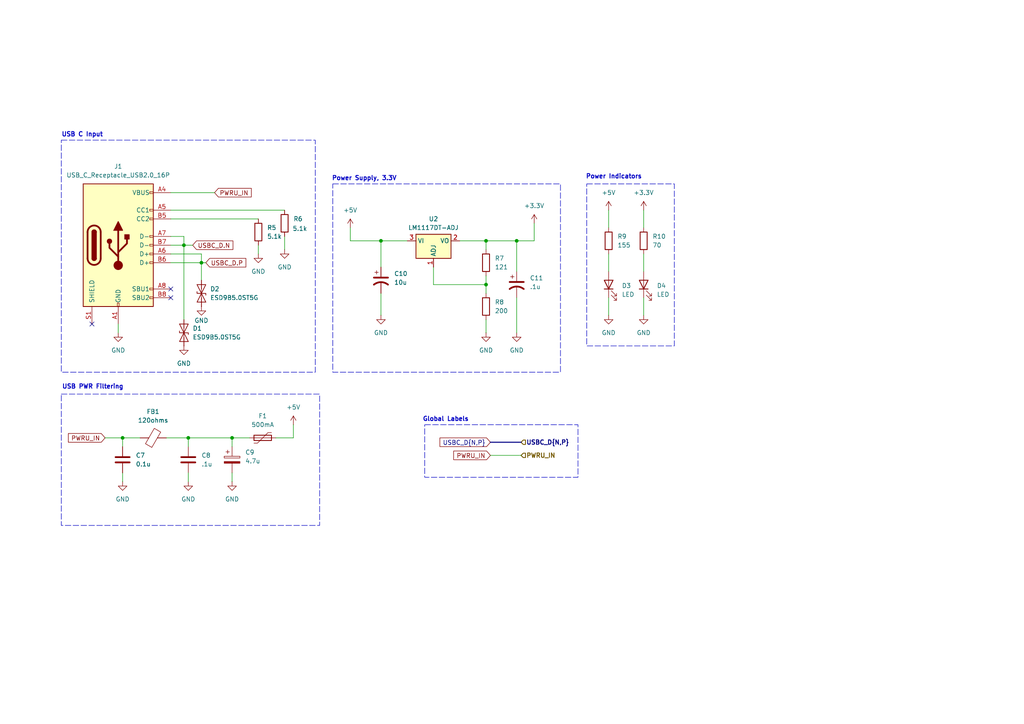
<source format=kicad_sch>
(kicad_sch
	(version 20231120)
	(generator "eeschema")
	(generator_version "8.0")
	(uuid "47795d12-613a-4eaa-ba46-66d6cb6b8244")
	(paper "A4")
	(lib_symbols
		(symbol "Connector:USB_C_Receptacle_USB2.0_16P"
			(pin_names
				(offset 1.016)
			)
			(exclude_from_sim no)
			(in_bom yes)
			(on_board yes)
			(property "Reference" "J"
				(at 0 22.225 0)
				(effects
					(font
						(size 1.27 1.27)
					)
				)
			)
			(property "Value" "USB_C_Receptacle_USB2.0_16P"
				(at 0 19.685 0)
				(effects
					(font
						(size 1.27 1.27)
					)
				)
			)
			(property "Footprint" ""
				(at 3.81 0 0)
				(effects
					(font
						(size 1.27 1.27)
					)
					(hide yes)
				)
			)
			(property "Datasheet" "https://www.usb.org/sites/default/files/documents/usb_type-c.zip"
				(at 3.81 0 0)
				(effects
					(font
						(size 1.27 1.27)
					)
					(hide yes)
				)
			)
			(property "Description" "USB 2.0-only 16P Type-C Receptacle connector"
				(at 0 0 0)
				(effects
					(font
						(size 1.27 1.27)
					)
					(hide yes)
				)
			)
			(property "ki_keywords" "usb universal serial bus type-C USB2.0"
				(at 0 0 0)
				(effects
					(font
						(size 1.27 1.27)
					)
					(hide yes)
				)
			)
			(property "ki_fp_filters" "USB*C*Receptacle*"
				(at 0 0 0)
				(effects
					(font
						(size 1.27 1.27)
					)
					(hide yes)
				)
			)
			(symbol "USB_C_Receptacle_USB2.0_16P_0_0"
				(rectangle
					(start -0.254 -17.78)
					(end 0.254 -16.764)
					(stroke
						(width 0)
						(type default)
					)
					(fill
						(type none)
					)
				)
				(rectangle
					(start 10.16 -14.986)
					(end 9.144 -15.494)
					(stroke
						(width 0)
						(type default)
					)
					(fill
						(type none)
					)
				)
				(rectangle
					(start 10.16 -12.446)
					(end 9.144 -12.954)
					(stroke
						(width 0)
						(type default)
					)
					(fill
						(type none)
					)
				)
				(rectangle
					(start 10.16 -4.826)
					(end 9.144 -5.334)
					(stroke
						(width 0)
						(type default)
					)
					(fill
						(type none)
					)
				)
				(rectangle
					(start 10.16 -2.286)
					(end 9.144 -2.794)
					(stroke
						(width 0)
						(type default)
					)
					(fill
						(type none)
					)
				)
				(rectangle
					(start 10.16 0.254)
					(end 9.144 -0.254)
					(stroke
						(width 0)
						(type default)
					)
					(fill
						(type none)
					)
				)
				(rectangle
					(start 10.16 2.794)
					(end 9.144 2.286)
					(stroke
						(width 0)
						(type default)
					)
					(fill
						(type none)
					)
				)
				(rectangle
					(start 10.16 7.874)
					(end 9.144 7.366)
					(stroke
						(width 0)
						(type default)
					)
					(fill
						(type none)
					)
				)
				(rectangle
					(start 10.16 10.414)
					(end 9.144 9.906)
					(stroke
						(width 0)
						(type default)
					)
					(fill
						(type none)
					)
				)
				(rectangle
					(start 10.16 15.494)
					(end 9.144 14.986)
					(stroke
						(width 0)
						(type default)
					)
					(fill
						(type none)
					)
				)
			)
			(symbol "USB_C_Receptacle_USB2.0_16P_0_1"
				(rectangle
					(start -10.16 17.78)
					(end 10.16 -17.78)
					(stroke
						(width 0.254)
						(type default)
					)
					(fill
						(type background)
					)
				)
				(arc
					(start -8.89 -3.81)
					(mid -6.985 -5.7067)
					(end -5.08 -3.81)
					(stroke
						(width 0.508)
						(type default)
					)
					(fill
						(type none)
					)
				)
				(arc
					(start -7.62 -3.81)
					(mid -6.985 -4.4423)
					(end -6.35 -3.81)
					(stroke
						(width 0.254)
						(type default)
					)
					(fill
						(type none)
					)
				)
				(arc
					(start -7.62 -3.81)
					(mid -6.985 -4.4423)
					(end -6.35 -3.81)
					(stroke
						(width 0.254)
						(type default)
					)
					(fill
						(type outline)
					)
				)
				(rectangle
					(start -7.62 -3.81)
					(end -6.35 3.81)
					(stroke
						(width 0.254)
						(type default)
					)
					(fill
						(type outline)
					)
				)
				(arc
					(start -6.35 3.81)
					(mid -6.985 4.4423)
					(end -7.62 3.81)
					(stroke
						(width 0.254)
						(type default)
					)
					(fill
						(type none)
					)
				)
				(arc
					(start -6.35 3.81)
					(mid -6.985 4.4423)
					(end -7.62 3.81)
					(stroke
						(width 0.254)
						(type default)
					)
					(fill
						(type outline)
					)
				)
				(arc
					(start -5.08 3.81)
					(mid -6.985 5.7067)
					(end -8.89 3.81)
					(stroke
						(width 0.508)
						(type default)
					)
					(fill
						(type none)
					)
				)
				(circle
					(center -2.54 1.143)
					(radius 0.635)
					(stroke
						(width 0.254)
						(type default)
					)
					(fill
						(type outline)
					)
				)
				(circle
					(center 0 -5.842)
					(radius 1.27)
					(stroke
						(width 0)
						(type default)
					)
					(fill
						(type outline)
					)
				)
				(polyline
					(pts
						(xy -8.89 -3.81) (xy -8.89 3.81)
					)
					(stroke
						(width 0.508)
						(type default)
					)
					(fill
						(type none)
					)
				)
				(polyline
					(pts
						(xy -5.08 3.81) (xy -5.08 -3.81)
					)
					(stroke
						(width 0.508)
						(type default)
					)
					(fill
						(type none)
					)
				)
				(polyline
					(pts
						(xy 0 -5.842) (xy 0 4.318)
					)
					(stroke
						(width 0.508)
						(type default)
					)
					(fill
						(type none)
					)
				)
				(polyline
					(pts
						(xy 0 -3.302) (xy -2.54 -0.762) (xy -2.54 0.508)
					)
					(stroke
						(width 0.508)
						(type default)
					)
					(fill
						(type none)
					)
				)
				(polyline
					(pts
						(xy 0 -2.032) (xy 2.54 0.508) (xy 2.54 1.778)
					)
					(stroke
						(width 0.508)
						(type default)
					)
					(fill
						(type none)
					)
				)
				(polyline
					(pts
						(xy -1.27 4.318) (xy 0 6.858) (xy 1.27 4.318) (xy -1.27 4.318)
					)
					(stroke
						(width 0.254)
						(type default)
					)
					(fill
						(type outline)
					)
				)
				(rectangle
					(start 1.905 1.778)
					(end 3.175 3.048)
					(stroke
						(width 0.254)
						(type default)
					)
					(fill
						(type outline)
					)
				)
			)
			(symbol "USB_C_Receptacle_USB2.0_16P_1_1"
				(pin passive line
					(at 0 -22.86 90)
					(length 5.08)
					(name "GND"
						(effects
							(font
								(size 1.27 1.27)
							)
						)
					)
					(number "A1"
						(effects
							(font
								(size 1.27 1.27)
							)
						)
					)
				)
				(pin passive line
					(at 0 -22.86 90)
					(length 5.08) hide
					(name "GND"
						(effects
							(font
								(size 1.27 1.27)
							)
						)
					)
					(number "A12"
						(effects
							(font
								(size 1.27 1.27)
							)
						)
					)
				)
				(pin passive line
					(at 15.24 15.24 180)
					(length 5.08)
					(name "VBUS"
						(effects
							(font
								(size 1.27 1.27)
							)
						)
					)
					(number "A4"
						(effects
							(font
								(size 1.27 1.27)
							)
						)
					)
				)
				(pin bidirectional line
					(at 15.24 10.16 180)
					(length 5.08)
					(name "CC1"
						(effects
							(font
								(size 1.27 1.27)
							)
						)
					)
					(number "A5"
						(effects
							(font
								(size 1.27 1.27)
							)
						)
					)
				)
				(pin bidirectional line
					(at 15.24 -2.54 180)
					(length 5.08)
					(name "D+"
						(effects
							(font
								(size 1.27 1.27)
							)
						)
					)
					(number "A6"
						(effects
							(font
								(size 1.27 1.27)
							)
						)
					)
				)
				(pin bidirectional line
					(at 15.24 2.54 180)
					(length 5.08)
					(name "D-"
						(effects
							(font
								(size 1.27 1.27)
							)
						)
					)
					(number "A7"
						(effects
							(font
								(size 1.27 1.27)
							)
						)
					)
				)
				(pin bidirectional line
					(at 15.24 -12.7 180)
					(length 5.08)
					(name "SBU1"
						(effects
							(font
								(size 1.27 1.27)
							)
						)
					)
					(number "A8"
						(effects
							(font
								(size 1.27 1.27)
							)
						)
					)
				)
				(pin passive line
					(at 15.24 15.24 180)
					(length 5.08) hide
					(name "VBUS"
						(effects
							(font
								(size 1.27 1.27)
							)
						)
					)
					(number "A9"
						(effects
							(font
								(size 1.27 1.27)
							)
						)
					)
				)
				(pin passive line
					(at 0 -22.86 90)
					(length 5.08) hide
					(name "GND"
						(effects
							(font
								(size 1.27 1.27)
							)
						)
					)
					(number "B1"
						(effects
							(font
								(size 1.27 1.27)
							)
						)
					)
				)
				(pin passive line
					(at 0 -22.86 90)
					(length 5.08) hide
					(name "GND"
						(effects
							(font
								(size 1.27 1.27)
							)
						)
					)
					(number "B12"
						(effects
							(font
								(size 1.27 1.27)
							)
						)
					)
				)
				(pin passive line
					(at 15.24 15.24 180)
					(length 5.08) hide
					(name "VBUS"
						(effects
							(font
								(size 1.27 1.27)
							)
						)
					)
					(number "B4"
						(effects
							(font
								(size 1.27 1.27)
							)
						)
					)
				)
				(pin bidirectional line
					(at 15.24 7.62 180)
					(length 5.08)
					(name "CC2"
						(effects
							(font
								(size 1.27 1.27)
							)
						)
					)
					(number "B5"
						(effects
							(font
								(size 1.27 1.27)
							)
						)
					)
				)
				(pin bidirectional line
					(at 15.24 -5.08 180)
					(length 5.08)
					(name "D+"
						(effects
							(font
								(size 1.27 1.27)
							)
						)
					)
					(number "B6"
						(effects
							(font
								(size 1.27 1.27)
							)
						)
					)
				)
				(pin bidirectional line
					(at 15.24 0 180)
					(length 5.08)
					(name "D-"
						(effects
							(font
								(size 1.27 1.27)
							)
						)
					)
					(number "B7"
						(effects
							(font
								(size 1.27 1.27)
							)
						)
					)
				)
				(pin bidirectional line
					(at 15.24 -15.24 180)
					(length 5.08)
					(name "SBU2"
						(effects
							(font
								(size 1.27 1.27)
							)
						)
					)
					(number "B8"
						(effects
							(font
								(size 1.27 1.27)
							)
						)
					)
				)
				(pin passive line
					(at 15.24 15.24 180)
					(length 5.08) hide
					(name "VBUS"
						(effects
							(font
								(size 1.27 1.27)
							)
						)
					)
					(number "B9"
						(effects
							(font
								(size 1.27 1.27)
							)
						)
					)
				)
				(pin passive line
					(at -7.62 -22.86 90)
					(length 5.08)
					(name "SHIELD"
						(effects
							(font
								(size 1.27 1.27)
							)
						)
					)
					(number "S1"
						(effects
							(font
								(size 1.27 1.27)
							)
						)
					)
				)
			)
		)
		(symbol "Device:C"
			(pin_numbers hide)
			(pin_names
				(offset 0.254)
			)
			(exclude_from_sim no)
			(in_bom yes)
			(on_board yes)
			(property "Reference" "C"
				(at 0.635 2.54 0)
				(effects
					(font
						(size 1.27 1.27)
					)
					(justify left)
				)
			)
			(property "Value" "C"
				(at 0.635 -2.54 0)
				(effects
					(font
						(size 1.27 1.27)
					)
					(justify left)
				)
			)
			(property "Footprint" ""
				(at 0.9652 -3.81 0)
				(effects
					(font
						(size 1.27 1.27)
					)
					(hide yes)
				)
			)
			(property "Datasheet" "~"
				(at 0 0 0)
				(effects
					(font
						(size 1.27 1.27)
					)
					(hide yes)
				)
			)
			(property "Description" "Unpolarized capacitor"
				(at 0 0 0)
				(effects
					(font
						(size 1.27 1.27)
					)
					(hide yes)
				)
			)
			(property "ki_keywords" "cap capacitor"
				(at 0 0 0)
				(effects
					(font
						(size 1.27 1.27)
					)
					(hide yes)
				)
			)
			(property "ki_fp_filters" "C_*"
				(at 0 0 0)
				(effects
					(font
						(size 1.27 1.27)
					)
					(hide yes)
				)
			)
			(symbol "C_0_1"
				(polyline
					(pts
						(xy -2.032 -0.762) (xy 2.032 -0.762)
					)
					(stroke
						(width 0.508)
						(type default)
					)
					(fill
						(type none)
					)
				)
				(polyline
					(pts
						(xy -2.032 0.762) (xy 2.032 0.762)
					)
					(stroke
						(width 0.508)
						(type default)
					)
					(fill
						(type none)
					)
				)
			)
			(symbol "C_1_1"
				(pin passive line
					(at 0 3.81 270)
					(length 2.794)
					(name "~"
						(effects
							(font
								(size 1.27 1.27)
							)
						)
					)
					(number "1"
						(effects
							(font
								(size 1.27 1.27)
							)
						)
					)
				)
				(pin passive line
					(at 0 -3.81 90)
					(length 2.794)
					(name "~"
						(effects
							(font
								(size 1.27 1.27)
							)
						)
					)
					(number "2"
						(effects
							(font
								(size 1.27 1.27)
							)
						)
					)
				)
			)
		)
		(symbol "Device:C_Polarized"
			(pin_numbers hide)
			(pin_names
				(offset 0.254)
			)
			(exclude_from_sim no)
			(in_bom yes)
			(on_board yes)
			(property "Reference" "C"
				(at 0.635 2.54 0)
				(effects
					(font
						(size 1.27 1.27)
					)
					(justify left)
				)
			)
			(property "Value" "C_Polarized"
				(at 0.635 -2.54 0)
				(effects
					(font
						(size 1.27 1.27)
					)
					(justify left)
				)
			)
			(property "Footprint" ""
				(at 0.9652 -3.81 0)
				(effects
					(font
						(size 1.27 1.27)
					)
					(hide yes)
				)
			)
			(property "Datasheet" "~"
				(at 0 0 0)
				(effects
					(font
						(size 1.27 1.27)
					)
					(hide yes)
				)
			)
			(property "Description" "Polarized capacitor"
				(at 0 0 0)
				(effects
					(font
						(size 1.27 1.27)
					)
					(hide yes)
				)
			)
			(property "ki_keywords" "cap capacitor"
				(at 0 0 0)
				(effects
					(font
						(size 1.27 1.27)
					)
					(hide yes)
				)
			)
			(property "ki_fp_filters" "CP_*"
				(at 0 0 0)
				(effects
					(font
						(size 1.27 1.27)
					)
					(hide yes)
				)
			)
			(symbol "C_Polarized_0_1"
				(rectangle
					(start -2.286 0.508)
					(end 2.286 1.016)
					(stroke
						(width 0)
						(type default)
					)
					(fill
						(type none)
					)
				)
				(polyline
					(pts
						(xy -1.778 2.286) (xy -0.762 2.286)
					)
					(stroke
						(width 0)
						(type default)
					)
					(fill
						(type none)
					)
				)
				(polyline
					(pts
						(xy -1.27 2.794) (xy -1.27 1.778)
					)
					(stroke
						(width 0)
						(type default)
					)
					(fill
						(type none)
					)
				)
				(rectangle
					(start 2.286 -0.508)
					(end -2.286 -1.016)
					(stroke
						(width 0)
						(type default)
					)
					(fill
						(type outline)
					)
				)
			)
			(symbol "C_Polarized_1_1"
				(pin passive line
					(at 0 3.81 270)
					(length 2.794)
					(name "~"
						(effects
							(font
								(size 1.27 1.27)
							)
						)
					)
					(number "1"
						(effects
							(font
								(size 1.27 1.27)
							)
						)
					)
				)
				(pin passive line
					(at 0 -3.81 90)
					(length 2.794)
					(name "~"
						(effects
							(font
								(size 1.27 1.27)
							)
						)
					)
					(number "2"
						(effects
							(font
								(size 1.27 1.27)
							)
						)
					)
				)
			)
		)
		(symbol "Device:C_Polarized_US"
			(pin_numbers hide)
			(pin_names
				(offset 0.254) hide)
			(exclude_from_sim no)
			(in_bom yes)
			(on_board yes)
			(property "Reference" "C"
				(at 0.635 2.54 0)
				(effects
					(font
						(size 1.27 1.27)
					)
					(justify left)
				)
			)
			(property "Value" "C_Polarized_US"
				(at 0.635 -2.54 0)
				(effects
					(font
						(size 1.27 1.27)
					)
					(justify left)
				)
			)
			(property "Footprint" ""
				(at 0 0 0)
				(effects
					(font
						(size 1.27 1.27)
					)
					(hide yes)
				)
			)
			(property "Datasheet" "~"
				(at 0 0 0)
				(effects
					(font
						(size 1.27 1.27)
					)
					(hide yes)
				)
			)
			(property "Description" "Polarized capacitor, US symbol"
				(at 0 0 0)
				(effects
					(font
						(size 1.27 1.27)
					)
					(hide yes)
				)
			)
			(property "ki_keywords" "cap capacitor"
				(at 0 0 0)
				(effects
					(font
						(size 1.27 1.27)
					)
					(hide yes)
				)
			)
			(property "ki_fp_filters" "CP_*"
				(at 0 0 0)
				(effects
					(font
						(size 1.27 1.27)
					)
					(hide yes)
				)
			)
			(symbol "C_Polarized_US_0_1"
				(polyline
					(pts
						(xy -2.032 0.762) (xy 2.032 0.762)
					)
					(stroke
						(width 0.508)
						(type default)
					)
					(fill
						(type none)
					)
				)
				(polyline
					(pts
						(xy -1.778 2.286) (xy -0.762 2.286)
					)
					(stroke
						(width 0)
						(type default)
					)
					(fill
						(type none)
					)
				)
				(polyline
					(pts
						(xy -1.27 1.778) (xy -1.27 2.794)
					)
					(stroke
						(width 0)
						(type default)
					)
					(fill
						(type none)
					)
				)
				(arc
					(start 2.032 -1.27)
					(mid 0 -0.5572)
					(end -2.032 -1.27)
					(stroke
						(width 0.508)
						(type default)
					)
					(fill
						(type none)
					)
				)
			)
			(symbol "C_Polarized_US_1_1"
				(pin passive line
					(at 0 3.81 270)
					(length 2.794)
					(name "~"
						(effects
							(font
								(size 1.27 1.27)
							)
						)
					)
					(number "1"
						(effects
							(font
								(size 1.27 1.27)
							)
						)
					)
				)
				(pin passive line
					(at 0 -3.81 90)
					(length 3.302)
					(name "~"
						(effects
							(font
								(size 1.27 1.27)
							)
						)
					)
					(number "2"
						(effects
							(font
								(size 1.27 1.27)
							)
						)
					)
				)
			)
		)
		(symbol "Device:FerriteBead"
			(pin_numbers hide)
			(pin_names
				(offset 0)
			)
			(exclude_from_sim no)
			(in_bom yes)
			(on_board yes)
			(property "Reference" "FB"
				(at -3.81 0.635 90)
				(effects
					(font
						(size 1.27 1.27)
					)
				)
			)
			(property "Value" "FerriteBead"
				(at 3.81 0 90)
				(effects
					(font
						(size 1.27 1.27)
					)
				)
			)
			(property "Footprint" ""
				(at -1.778 0 90)
				(effects
					(font
						(size 1.27 1.27)
					)
					(hide yes)
				)
			)
			(property "Datasheet" "~"
				(at 0 0 0)
				(effects
					(font
						(size 1.27 1.27)
					)
					(hide yes)
				)
			)
			(property "Description" "Ferrite bead"
				(at 0 0 0)
				(effects
					(font
						(size 1.27 1.27)
					)
					(hide yes)
				)
			)
			(property "ki_keywords" "L ferrite bead inductor filter"
				(at 0 0 0)
				(effects
					(font
						(size 1.27 1.27)
					)
					(hide yes)
				)
			)
			(property "ki_fp_filters" "Inductor_* L_* *Ferrite*"
				(at 0 0 0)
				(effects
					(font
						(size 1.27 1.27)
					)
					(hide yes)
				)
			)
			(symbol "FerriteBead_0_1"
				(polyline
					(pts
						(xy 0 -1.27) (xy 0 -1.2192)
					)
					(stroke
						(width 0)
						(type default)
					)
					(fill
						(type none)
					)
				)
				(polyline
					(pts
						(xy 0 1.27) (xy 0 1.2954)
					)
					(stroke
						(width 0)
						(type default)
					)
					(fill
						(type none)
					)
				)
				(polyline
					(pts
						(xy -2.7686 0.4064) (xy -1.7018 2.2606) (xy 2.7686 -0.3048) (xy 1.6764 -2.159) (xy -2.7686 0.4064)
					)
					(stroke
						(width 0)
						(type default)
					)
					(fill
						(type none)
					)
				)
			)
			(symbol "FerriteBead_1_1"
				(pin passive line
					(at 0 3.81 270)
					(length 2.54)
					(name "~"
						(effects
							(font
								(size 1.27 1.27)
							)
						)
					)
					(number "1"
						(effects
							(font
								(size 1.27 1.27)
							)
						)
					)
				)
				(pin passive line
					(at 0 -3.81 90)
					(length 2.54)
					(name "~"
						(effects
							(font
								(size 1.27 1.27)
							)
						)
					)
					(number "2"
						(effects
							(font
								(size 1.27 1.27)
							)
						)
					)
				)
			)
		)
		(symbol "Device:LED"
			(pin_numbers hide)
			(pin_names
				(offset 1.016) hide)
			(exclude_from_sim no)
			(in_bom yes)
			(on_board yes)
			(property "Reference" "D"
				(at 0 2.54 0)
				(effects
					(font
						(size 1.27 1.27)
					)
				)
			)
			(property "Value" "LED"
				(at 0 -2.54 0)
				(effects
					(font
						(size 1.27 1.27)
					)
				)
			)
			(property "Footprint" ""
				(at 0 0 0)
				(effects
					(font
						(size 1.27 1.27)
					)
					(hide yes)
				)
			)
			(property "Datasheet" "~"
				(at 0 0 0)
				(effects
					(font
						(size 1.27 1.27)
					)
					(hide yes)
				)
			)
			(property "Description" "Light emitting diode"
				(at 0 0 0)
				(effects
					(font
						(size 1.27 1.27)
					)
					(hide yes)
				)
			)
			(property "ki_keywords" "LED diode"
				(at 0 0 0)
				(effects
					(font
						(size 1.27 1.27)
					)
					(hide yes)
				)
			)
			(property "ki_fp_filters" "LED* LED_SMD:* LED_THT:*"
				(at 0 0 0)
				(effects
					(font
						(size 1.27 1.27)
					)
					(hide yes)
				)
			)
			(symbol "LED_0_1"
				(polyline
					(pts
						(xy -1.27 -1.27) (xy -1.27 1.27)
					)
					(stroke
						(width 0.254)
						(type default)
					)
					(fill
						(type none)
					)
				)
				(polyline
					(pts
						(xy -1.27 0) (xy 1.27 0)
					)
					(stroke
						(width 0)
						(type default)
					)
					(fill
						(type none)
					)
				)
				(polyline
					(pts
						(xy 1.27 -1.27) (xy 1.27 1.27) (xy -1.27 0) (xy 1.27 -1.27)
					)
					(stroke
						(width 0.254)
						(type default)
					)
					(fill
						(type none)
					)
				)
				(polyline
					(pts
						(xy -3.048 -0.762) (xy -4.572 -2.286) (xy -3.81 -2.286) (xy -4.572 -2.286) (xy -4.572 -1.524)
					)
					(stroke
						(width 0)
						(type default)
					)
					(fill
						(type none)
					)
				)
				(polyline
					(pts
						(xy -1.778 -0.762) (xy -3.302 -2.286) (xy -2.54 -2.286) (xy -3.302 -2.286) (xy -3.302 -1.524)
					)
					(stroke
						(width 0)
						(type default)
					)
					(fill
						(type none)
					)
				)
			)
			(symbol "LED_1_1"
				(pin passive line
					(at -3.81 0 0)
					(length 2.54)
					(name "K"
						(effects
							(font
								(size 1.27 1.27)
							)
						)
					)
					(number "1"
						(effects
							(font
								(size 1.27 1.27)
							)
						)
					)
				)
				(pin passive line
					(at 3.81 0 180)
					(length 2.54)
					(name "A"
						(effects
							(font
								(size 1.27 1.27)
							)
						)
					)
					(number "2"
						(effects
							(font
								(size 1.27 1.27)
							)
						)
					)
				)
			)
		)
		(symbol "Device:Polyfuse"
			(pin_numbers hide)
			(pin_names
				(offset 0)
			)
			(exclude_from_sim no)
			(in_bom yes)
			(on_board yes)
			(property "Reference" "F"
				(at -2.54 0 90)
				(effects
					(font
						(size 1.27 1.27)
					)
				)
			)
			(property "Value" "Polyfuse"
				(at 2.54 0 90)
				(effects
					(font
						(size 1.27 1.27)
					)
				)
			)
			(property "Footprint" ""
				(at 1.27 -5.08 0)
				(effects
					(font
						(size 1.27 1.27)
					)
					(justify left)
					(hide yes)
				)
			)
			(property "Datasheet" "~"
				(at 0 0 0)
				(effects
					(font
						(size 1.27 1.27)
					)
					(hide yes)
				)
			)
			(property "Description" "Resettable fuse, polymeric positive temperature coefficient"
				(at 0 0 0)
				(effects
					(font
						(size 1.27 1.27)
					)
					(hide yes)
				)
			)
			(property "ki_keywords" "resettable fuse PTC PPTC polyfuse polyswitch"
				(at 0 0 0)
				(effects
					(font
						(size 1.27 1.27)
					)
					(hide yes)
				)
			)
			(property "ki_fp_filters" "*polyfuse* *PTC*"
				(at 0 0 0)
				(effects
					(font
						(size 1.27 1.27)
					)
					(hide yes)
				)
			)
			(symbol "Polyfuse_0_1"
				(rectangle
					(start -0.762 2.54)
					(end 0.762 -2.54)
					(stroke
						(width 0.254)
						(type default)
					)
					(fill
						(type none)
					)
				)
				(polyline
					(pts
						(xy 0 2.54) (xy 0 -2.54)
					)
					(stroke
						(width 0)
						(type default)
					)
					(fill
						(type none)
					)
				)
				(polyline
					(pts
						(xy -1.524 2.54) (xy -1.524 1.524) (xy 1.524 -1.524) (xy 1.524 -2.54)
					)
					(stroke
						(width 0)
						(type default)
					)
					(fill
						(type none)
					)
				)
			)
			(symbol "Polyfuse_1_1"
				(pin passive line
					(at 0 3.81 270)
					(length 1.27)
					(name "~"
						(effects
							(font
								(size 1.27 1.27)
							)
						)
					)
					(number "1"
						(effects
							(font
								(size 1.27 1.27)
							)
						)
					)
				)
				(pin passive line
					(at 0 -3.81 90)
					(length 1.27)
					(name "~"
						(effects
							(font
								(size 1.27 1.27)
							)
						)
					)
					(number "2"
						(effects
							(font
								(size 1.27 1.27)
							)
						)
					)
				)
			)
		)
		(symbol "Device:R"
			(pin_numbers hide)
			(pin_names
				(offset 0)
			)
			(exclude_from_sim no)
			(in_bom yes)
			(on_board yes)
			(property "Reference" "R"
				(at 2.032 0 90)
				(effects
					(font
						(size 1.27 1.27)
					)
				)
			)
			(property "Value" "R"
				(at 0 0 90)
				(effects
					(font
						(size 1.27 1.27)
					)
				)
			)
			(property "Footprint" ""
				(at -1.778 0 90)
				(effects
					(font
						(size 1.27 1.27)
					)
					(hide yes)
				)
			)
			(property "Datasheet" "~"
				(at 0 0 0)
				(effects
					(font
						(size 1.27 1.27)
					)
					(hide yes)
				)
			)
			(property "Description" "Resistor"
				(at 0 0 0)
				(effects
					(font
						(size 1.27 1.27)
					)
					(hide yes)
				)
			)
			(property "ki_keywords" "R res resistor"
				(at 0 0 0)
				(effects
					(font
						(size 1.27 1.27)
					)
					(hide yes)
				)
			)
			(property "ki_fp_filters" "R_*"
				(at 0 0 0)
				(effects
					(font
						(size 1.27 1.27)
					)
					(hide yes)
				)
			)
			(symbol "R_0_1"
				(rectangle
					(start -1.016 -2.54)
					(end 1.016 2.54)
					(stroke
						(width 0.254)
						(type default)
					)
					(fill
						(type none)
					)
				)
			)
			(symbol "R_1_1"
				(pin passive line
					(at 0 3.81 270)
					(length 1.27)
					(name "~"
						(effects
							(font
								(size 1.27 1.27)
							)
						)
					)
					(number "1"
						(effects
							(font
								(size 1.27 1.27)
							)
						)
					)
				)
				(pin passive line
					(at 0 -3.81 90)
					(length 1.27)
					(name "~"
						(effects
							(font
								(size 1.27 1.27)
							)
						)
					)
					(number "2"
						(effects
							(font
								(size 1.27 1.27)
							)
						)
					)
				)
			)
		)
		(symbol "Diode:ESD9B5.0ST5G"
			(pin_numbers hide)
			(pin_names
				(offset 1.016) hide)
			(exclude_from_sim no)
			(in_bom yes)
			(on_board yes)
			(property "Reference" "D"
				(at 0 2.54 0)
				(effects
					(font
						(size 1.27 1.27)
					)
				)
			)
			(property "Value" "ESD9B5.0ST5G"
				(at 0 -2.54 0)
				(effects
					(font
						(size 1.27 1.27)
					)
				)
			)
			(property "Footprint" "Diode_SMD:D_SOD-923"
				(at 0 0 0)
				(effects
					(font
						(size 1.27 1.27)
					)
					(hide yes)
				)
			)
			(property "Datasheet" "https://www.onsemi.com/pub/Collateral/ESD9B-D.PDF"
				(at 0 0 0)
				(effects
					(font
						(size 1.27 1.27)
					)
					(hide yes)
				)
			)
			(property "Description" "ESD protection diode, 5.0Vrwm, SOD-923"
				(at 0 0 0)
				(effects
					(font
						(size 1.27 1.27)
					)
					(hide yes)
				)
			)
			(property "ki_keywords" "diode TVS ESD"
				(at 0 0 0)
				(effects
					(font
						(size 1.27 1.27)
					)
					(hide yes)
				)
			)
			(property "ki_fp_filters" "D*SOD?923*"
				(at 0 0 0)
				(effects
					(font
						(size 1.27 1.27)
					)
					(hide yes)
				)
			)
			(symbol "ESD9B5.0ST5G_0_1"
				(polyline
					(pts
						(xy 1.27 0) (xy -1.27 0)
					)
					(stroke
						(width 0)
						(type default)
					)
					(fill
						(type none)
					)
				)
				(polyline
					(pts
						(xy -2.54 -1.27) (xy 0 0) (xy -2.54 1.27) (xy -2.54 -1.27)
					)
					(stroke
						(width 0.2032)
						(type default)
					)
					(fill
						(type none)
					)
				)
				(polyline
					(pts
						(xy 0.508 1.27) (xy 0 1.27) (xy 0 -1.27) (xy -0.508 -1.27)
					)
					(stroke
						(width 0.2032)
						(type default)
					)
					(fill
						(type none)
					)
				)
				(polyline
					(pts
						(xy 2.54 1.27) (xy 2.54 -1.27) (xy 0 0) (xy 2.54 1.27)
					)
					(stroke
						(width 0.2032)
						(type default)
					)
					(fill
						(type none)
					)
				)
			)
			(symbol "ESD9B5.0ST5G_1_1"
				(pin passive line
					(at -3.81 0 0)
					(length 2.54)
					(name "A1"
						(effects
							(font
								(size 1.27 1.27)
							)
						)
					)
					(number "1"
						(effects
							(font
								(size 1.27 1.27)
							)
						)
					)
				)
				(pin passive line
					(at 3.81 0 180)
					(length 2.54)
					(name "A2"
						(effects
							(font
								(size 1.27 1.27)
							)
						)
					)
					(number "2"
						(effects
							(font
								(size 1.27 1.27)
							)
						)
					)
				)
			)
		)
		(symbol "Regulator_Linear:LM1117DT-ADJ"
			(exclude_from_sim no)
			(in_bom yes)
			(on_board yes)
			(property "Reference" "U"
				(at -3.81 3.175 0)
				(effects
					(font
						(size 1.27 1.27)
					)
				)
			)
			(property "Value" "LM1117DT-ADJ"
				(at 0 3.175 0)
				(effects
					(font
						(size 1.27 1.27)
					)
					(justify left)
				)
			)
			(property "Footprint" "Package_TO_SOT_SMD:TO-252-3_TabPin2"
				(at 0 0 0)
				(effects
					(font
						(size 1.27 1.27)
					)
					(hide yes)
				)
			)
			(property "Datasheet" "http://www.ti.com/lit/ds/symlink/lm1117.pdf"
				(at 0 0 0)
				(effects
					(font
						(size 1.27 1.27)
					)
					(hide yes)
				)
			)
			(property "Description" "800mA Low-Dropout Linear Regulator, adjustable output, TO-252"
				(at 0 0 0)
				(effects
					(font
						(size 1.27 1.27)
					)
					(hide yes)
				)
			)
			(property "ki_keywords" "linear regulator ldo adjustable positive"
				(at 0 0 0)
				(effects
					(font
						(size 1.27 1.27)
					)
					(hide yes)
				)
			)
			(property "ki_fp_filters" "TO?252*"
				(at 0 0 0)
				(effects
					(font
						(size 1.27 1.27)
					)
					(hide yes)
				)
			)
			(symbol "LM1117DT-ADJ_0_1"
				(rectangle
					(start -5.08 -5.08)
					(end 5.08 1.905)
					(stroke
						(width 0.254)
						(type default)
					)
					(fill
						(type background)
					)
				)
			)
			(symbol "LM1117DT-ADJ_1_1"
				(pin input line
					(at 0 -7.62 90)
					(length 2.54)
					(name "ADJ"
						(effects
							(font
								(size 1.27 1.27)
							)
						)
					)
					(number "1"
						(effects
							(font
								(size 1.27 1.27)
							)
						)
					)
				)
				(pin power_out line
					(at 7.62 0 180)
					(length 2.54)
					(name "VO"
						(effects
							(font
								(size 1.27 1.27)
							)
						)
					)
					(number "2"
						(effects
							(font
								(size 1.27 1.27)
							)
						)
					)
				)
				(pin power_in line
					(at -7.62 0 0)
					(length 2.54)
					(name "VI"
						(effects
							(font
								(size 1.27 1.27)
							)
						)
					)
					(number "3"
						(effects
							(font
								(size 1.27 1.27)
							)
						)
					)
				)
			)
		)
		(symbol "power:+3.3V"
			(power)
			(pin_numbers hide)
			(pin_names
				(offset 0) hide)
			(exclude_from_sim no)
			(in_bom yes)
			(on_board yes)
			(property "Reference" "#PWR"
				(at 0 -3.81 0)
				(effects
					(font
						(size 1.27 1.27)
					)
					(hide yes)
				)
			)
			(property "Value" "+3.3V"
				(at 0 3.556 0)
				(effects
					(font
						(size 1.27 1.27)
					)
				)
			)
			(property "Footprint" ""
				(at 0 0 0)
				(effects
					(font
						(size 1.27 1.27)
					)
					(hide yes)
				)
			)
			(property "Datasheet" ""
				(at 0 0 0)
				(effects
					(font
						(size 1.27 1.27)
					)
					(hide yes)
				)
			)
			(property "Description" "Power symbol creates a global label with name \"+3.3V\""
				(at 0 0 0)
				(effects
					(font
						(size 1.27 1.27)
					)
					(hide yes)
				)
			)
			(property "ki_keywords" "global power"
				(at 0 0 0)
				(effects
					(font
						(size 1.27 1.27)
					)
					(hide yes)
				)
			)
			(symbol "+3.3V_0_1"
				(polyline
					(pts
						(xy -0.762 1.27) (xy 0 2.54)
					)
					(stroke
						(width 0)
						(type default)
					)
					(fill
						(type none)
					)
				)
				(polyline
					(pts
						(xy 0 0) (xy 0 2.54)
					)
					(stroke
						(width 0)
						(type default)
					)
					(fill
						(type none)
					)
				)
				(polyline
					(pts
						(xy 0 2.54) (xy 0.762 1.27)
					)
					(stroke
						(width 0)
						(type default)
					)
					(fill
						(type none)
					)
				)
			)
			(symbol "+3.3V_1_1"
				(pin power_in line
					(at 0 0 90)
					(length 0)
					(name "~"
						(effects
							(font
								(size 1.27 1.27)
							)
						)
					)
					(number "1"
						(effects
							(font
								(size 1.27 1.27)
							)
						)
					)
				)
			)
		)
		(symbol "power:+5V"
			(power)
			(pin_numbers hide)
			(pin_names
				(offset 0) hide)
			(exclude_from_sim no)
			(in_bom yes)
			(on_board yes)
			(property "Reference" "#PWR"
				(at 0 -3.81 0)
				(effects
					(font
						(size 1.27 1.27)
					)
					(hide yes)
				)
			)
			(property "Value" "+5V"
				(at 0 3.556 0)
				(effects
					(font
						(size 1.27 1.27)
					)
				)
			)
			(property "Footprint" ""
				(at 0 0 0)
				(effects
					(font
						(size 1.27 1.27)
					)
					(hide yes)
				)
			)
			(property "Datasheet" ""
				(at 0 0 0)
				(effects
					(font
						(size 1.27 1.27)
					)
					(hide yes)
				)
			)
			(property "Description" "Power symbol creates a global label with name \"+5V\""
				(at 0 0 0)
				(effects
					(font
						(size 1.27 1.27)
					)
					(hide yes)
				)
			)
			(property "ki_keywords" "global power"
				(at 0 0 0)
				(effects
					(font
						(size 1.27 1.27)
					)
					(hide yes)
				)
			)
			(symbol "+5V_0_1"
				(polyline
					(pts
						(xy -0.762 1.27) (xy 0 2.54)
					)
					(stroke
						(width 0)
						(type default)
					)
					(fill
						(type none)
					)
				)
				(polyline
					(pts
						(xy 0 0) (xy 0 2.54)
					)
					(stroke
						(width 0)
						(type default)
					)
					(fill
						(type none)
					)
				)
				(polyline
					(pts
						(xy 0 2.54) (xy 0.762 1.27)
					)
					(stroke
						(width 0)
						(type default)
					)
					(fill
						(type none)
					)
				)
			)
			(symbol "+5V_1_1"
				(pin power_in line
					(at 0 0 90)
					(length 0)
					(name "~"
						(effects
							(font
								(size 1.27 1.27)
							)
						)
					)
					(number "1"
						(effects
							(font
								(size 1.27 1.27)
							)
						)
					)
				)
			)
		)
		(symbol "power:GND"
			(power)
			(pin_numbers hide)
			(pin_names
				(offset 0) hide)
			(exclude_from_sim no)
			(in_bom yes)
			(on_board yes)
			(property "Reference" "#PWR"
				(at 0 -6.35 0)
				(effects
					(font
						(size 1.27 1.27)
					)
					(hide yes)
				)
			)
			(property "Value" "GND"
				(at 0 -3.81 0)
				(effects
					(font
						(size 1.27 1.27)
					)
				)
			)
			(property "Footprint" ""
				(at 0 0 0)
				(effects
					(font
						(size 1.27 1.27)
					)
					(hide yes)
				)
			)
			(property "Datasheet" ""
				(at 0 0 0)
				(effects
					(font
						(size 1.27 1.27)
					)
					(hide yes)
				)
			)
			(property "Description" "Power symbol creates a global label with name \"GND\" , ground"
				(at 0 0 0)
				(effects
					(font
						(size 1.27 1.27)
					)
					(hide yes)
				)
			)
			(property "ki_keywords" "global power"
				(at 0 0 0)
				(effects
					(font
						(size 1.27 1.27)
					)
					(hide yes)
				)
			)
			(symbol "GND_0_1"
				(polyline
					(pts
						(xy 0 0) (xy 0 -1.27) (xy 1.27 -1.27) (xy 0 -2.54) (xy -1.27 -1.27) (xy 0 -1.27)
					)
					(stroke
						(width 0)
						(type default)
					)
					(fill
						(type none)
					)
				)
			)
			(symbol "GND_1_1"
				(pin power_in line
					(at 0 0 270)
					(length 0)
					(name "~"
						(effects
							(font
								(size 1.27 1.27)
							)
						)
					)
					(number "1"
						(effects
							(font
								(size 1.27 1.27)
							)
						)
					)
				)
			)
		)
	)
	(junction
		(at 35.56 127)
		(diameter 0)
		(color 0 0 0 0)
		(uuid "0bd9f735-bad3-4f14-aae2-f6f4f0b9ce79")
	)
	(junction
		(at 58.42 76.2)
		(diameter 0)
		(color 0 0 0 0)
		(uuid "0f2c02fa-c18a-42e7-8ffd-3d60280962b2")
	)
	(junction
		(at 67.31 127)
		(diameter 0)
		(color 0 0 0 0)
		(uuid "649961dc-c0c4-41dd-9425-9fe27929d3c5")
	)
	(junction
		(at 140.97 69.85)
		(diameter 0)
		(color 0 0 0 0)
		(uuid "736ad855-b258-48a2-9d24-1ae3b10e41a0")
	)
	(junction
		(at 53.34 71.12)
		(diameter 0)
		(color 0 0 0 0)
		(uuid "818bc0d2-8a10-4b53-be0f-c54fdb81b164")
	)
	(junction
		(at 149.86 69.85)
		(diameter 0)
		(color 0 0 0 0)
		(uuid "99fbb6b9-bb1a-45ed-9db0-df94340b36ac")
	)
	(junction
		(at 110.49 69.85)
		(diameter 0)
		(color 0 0 0 0)
		(uuid "b214e190-4b34-401a-9246-1bf9c32a570e")
	)
	(junction
		(at 140.97 82.55)
		(diameter 0)
		(color 0 0 0 0)
		(uuid "c510ac07-48c1-4732-8876-3518880b40a1")
	)
	(junction
		(at 54.61 127)
		(diameter 0)
		(color 0 0 0 0)
		(uuid "e43e98a2-4900-43ab-9a5e-f34dc0bf9b5f")
	)
	(no_connect
		(at 49.53 86.36)
		(uuid "83c34145-2dd0-4d10-afcf-bf874a498140")
	)
	(no_connect
		(at 26.67 93.98)
		(uuid "b8f79524-052b-43e9-9cee-01c1162cf692")
	)
	(no_connect
		(at 49.53 83.82)
		(uuid "f8b4080b-88b0-494e-ba6b-df902c06ccd2")
	)
	(wire
		(pts
			(xy 85.09 123.19) (xy 85.09 127)
		)
		(stroke
			(width 0)
			(type default)
		)
		(uuid "0011bd1e-1ba2-465f-86db-fc8485539029")
	)
	(wire
		(pts
			(xy 110.49 85.09) (xy 110.49 91.44)
		)
		(stroke
			(width 0)
			(type default)
		)
		(uuid "0066d757-e25f-4877-9e13-54435eac9b80")
	)
	(wire
		(pts
			(xy 82.55 68.58) (xy 82.55 72.39)
		)
		(stroke
			(width 0)
			(type default)
		)
		(uuid "04852824-f3bb-4df2-bc34-bd1dd88507e4")
	)
	(wire
		(pts
			(xy 133.35 69.85) (xy 140.97 69.85)
		)
		(stroke
			(width 0)
			(type default)
		)
		(uuid "048f649c-677f-451c-96fd-0bb0abd46c68")
	)
	(wire
		(pts
			(xy 74.93 71.12) (xy 74.93 73.66)
		)
		(stroke
			(width 0)
			(type default)
		)
		(uuid "0b446bb5-8354-4897-aa54-752e5252b76f")
	)
	(wire
		(pts
			(xy 186.69 60.96) (xy 186.69 66.04)
		)
		(stroke
			(width 0)
			(type default)
		)
		(uuid "0ed513ae-4706-4c01-b75f-f90c5c07ec4f")
	)
	(wire
		(pts
			(xy 125.73 77.47) (xy 125.73 82.55)
		)
		(stroke
			(width 0)
			(type default)
		)
		(uuid "0fd23d8e-c38a-4792-a685-b5b79656295f")
	)
	(wire
		(pts
			(xy 140.97 80.01) (xy 140.97 82.55)
		)
		(stroke
			(width 0)
			(type default)
		)
		(uuid "1aadf521-0345-4518-aef0-7550bde0a740")
	)
	(wire
		(pts
			(xy 186.69 73.66) (xy 186.69 78.74)
		)
		(stroke
			(width 0)
			(type default)
		)
		(uuid "1e941e36-4cb0-45b2-acfe-ce0f7b761e34")
	)
	(wire
		(pts
			(xy 49.53 60.96) (xy 82.55 60.96)
		)
		(stroke
			(width 0)
			(type default)
		)
		(uuid "229ed8f6-b3f8-4f66-b295-9c50f01ffb51")
	)
	(wire
		(pts
			(xy 176.53 60.96) (xy 176.53 66.04)
		)
		(stroke
			(width 0)
			(type default)
		)
		(uuid "311911c5-0076-47b6-af58-1dd47768c514")
	)
	(wire
		(pts
			(xy 149.86 69.85) (xy 154.94 69.85)
		)
		(stroke
			(width 0)
			(type default)
		)
		(uuid "332b1606-d0cf-4aa4-931f-22cdc002af0d")
	)
	(wire
		(pts
			(xy 35.56 127) (xy 35.56 129.54)
		)
		(stroke
			(width 0)
			(type default)
		)
		(uuid "3748ec15-20f3-470d-a07b-508ecefffae9")
	)
	(wire
		(pts
			(xy 154.94 64.77) (xy 154.94 69.85)
		)
		(stroke
			(width 0)
			(type default)
		)
		(uuid "3c2cabb4-6d37-4297-ab13-1993319bab8e")
	)
	(wire
		(pts
			(xy 110.49 69.85) (xy 110.49 77.47)
		)
		(stroke
			(width 0)
			(type default)
		)
		(uuid "46268084-4edb-4cae-b0a0-8b5a9554c12c")
	)
	(wire
		(pts
			(xy 176.53 86.36) (xy 176.53 91.44)
		)
		(stroke
			(width 0)
			(type default)
		)
		(uuid "49ea5ba2-155d-426c-b170-58b5c096a081")
	)
	(wire
		(pts
			(xy 186.69 86.36) (xy 186.69 91.44)
		)
		(stroke
			(width 0)
			(type default)
		)
		(uuid "49ef50df-8738-4532-a74b-b55c0ead304c")
	)
	(wire
		(pts
			(xy 58.42 76.2) (xy 58.42 73.66)
		)
		(stroke
			(width 0)
			(type default)
		)
		(uuid "5010c702-b124-470b-8279-14471a9f86df")
	)
	(wire
		(pts
			(xy 53.34 68.58) (xy 49.53 68.58)
		)
		(stroke
			(width 0)
			(type default)
		)
		(uuid "515239e2-7ac3-421e-aca8-1f1dd794fa99")
	)
	(wire
		(pts
			(xy 53.34 71.12) (xy 53.34 68.58)
		)
		(stroke
			(width 0)
			(type default)
		)
		(uuid "518162be-eccf-4e6d-9ce1-64717d560040")
	)
	(wire
		(pts
			(xy 101.6 66.04) (xy 101.6 69.85)
		)
		(stroke
			(width 0)
			(type default)
		)
		(uuid "5774c473-3c5a-453f-94b4-6c60d821bf1d")
	)
	(wire
		(pts
			(xy 35.56 137.16) (xy 35.56 139.7)
		)
		(stroke
			(width 0)
			(type default)
		)
		(uuid "5a27b512-8060-42a9-8170-864d6b4a081c")
	)
	(wire
		(pts
			(xy 35.56 127) (xy 40.64 127)
		)
		(stroke
			(width 0)
			(type default)
		)
		(uuid "5b628184-ee56-47d6-ab91-6b577524e88c")
	)
	(wire
		(pts
			(xy 49.53 71.12) (xy 53.34 71.12)
		)
		(stroke
			(width 0)
			(type default)
		)
		(uuid "5d38ea03-62ff-4a97-9d1d-a5e82e2038ec")
	)
	(bus
		(pts
			(xy 142.24 128.27) (xy 151.13 128.27)
		)
		(stroke
			(width 0)
			(type default)
		)
		(uuid "617f1fc2-684b-4375-b329-586746fc340c")
	)
	(wire
		(pts
			(xy 67.31 127) (xy 72.39 127)
		)
		(stroke
			(width 0)
			(type default)
		)
		(uuid "68e06c80-cd44-4dbf-9103-28319fb13581")
	)
	(wire
		(pts
			(xy 110.49 69.85) (xy 118.11 69.85)
		)
		(stroke
			(width 0)
			(type default)
		)
		(uuid "69696d9d-5837-4ad7-919a-60deb1bd4cfc")
	)
	(wire
		(pts
			(xy 101.6 69.85) (xy 110.49 69.85)
		)
		(stroke
			(width 0)
			(type default)
		)
		(uuid "6cd16e59-c202-4f25-933c-0a59e1fc3b99")
	)
	(wire
		(pts
			(xy 140.97 69.85) (xy 149.86 69.85)
		)
		(stroke
			(width 0)
			(type default)
		)
		(uuid "716d3b27-40f6-4840-ae6b-648dab715740")
	)
	(wire
		(pts
			(xy 34.29 93.98) (xy 34.29 96.52)
		)
		(stroke
			(width 0)
			(type default)
		)
		(uuid "764c4f30-750b-4f55-976f-a0123b5ab178")
	)
	(wire
		(pts
			(xy 149.86 69.85) (xy 149.86 78.74)
		)
		(stroke
			(width 0)
			(type default)
		)
		(uuid "7a329d27-d003-4abc-9cc5-40b76df0b384")
	)
	(wire
		(pts
			(xy 58.42 76.2) (xy 59.69 76.2)
		)
		(stroke
			(width 0)
			(type default)
		)
		(uuid "7e2fa021-5b61-4455-b3f2-d9bc48bd7012")
	)
	(wire
		(pts
			(xy 142.24 132.08) (xy 151.13 132.08)
		)
		(stroke
			(width 0)
			(type default)
		)
		(uuid "7fc143f0-7b34-42cd-9f00-6231fd2ebecb")
	)
	(wire
		(pts
			(xy 67.31 137.16) (xy 67.31 139.7)
		)
		(stroke
			(width 0)
			(type default)
		)
		(uuid "80f41491-6cd7-4e7a-9f36-01080db7058e")
	)
	(wire
		(pts
			(xy 49.53 76.2) (xy 58.42 76.2)
		)
		(stroke
			(width 0)
			(type default)
		)
		(uuid "8423a87b-66b3-416c-a84a-fd275fbb7e81")
	)
	(wire
		(pts
			(xy 58.42 81.28) (xy 58.42 76.2)
		)
		(stroke
			(width 0)
			(type default)
		)
		(uuid "8aaace07-7cfd-4160-ad72-b24bda509e50")
	)
	(wire
		(pts
			(xy 30.48 127) (xy 35.56 127)
		)
		(stroke
			(width 0)
			(type default)
		)
		(uuid "8cee4eaa-9d9e-4fab-aa90-76cbca9e0ea3")
	)
	(wire
		(pts
			(xy 49.53 55.88) (xy 62.23 55.88)
		)
		(stroke
			(width 0)
			(type default)
		)
		(uuid "8f6aa84a-cbf9-483c-a81a-3bd738ae6888")
	)
	(wire
		(pts
			(xy 53.34 92.71) (xy 53.34 71.12)
		)
		(stroke
			(width 0)
			(type default)
		)
		(uuid "91a537c4-e12f-42de-9f8f-cf76785d8eea")
	)
	(wire
		(pts
			(xy 149.86 86.36) (xy 149.86 96.52)
		)
		(stroke
			(width 0)
			(type default)
		)
		(uuid "964751ef-e725-4343-ad6b-60f04e9e6628")
	)
	(wire
		(pts
			(xy 125.73 82.55) (xy 140.97 82.55)
		)
		(stroke
			(width 0)
			(type default)
		)
		(uuid "99001404-9dba-4a6d-bebb-c13c08d03182")
	)
	(wire
		(pts
			(xy 48.26 127) (xy 54.61 127)
		)
		(stroke
			(width 0)
			(type default)
		)
		(uuid "9c0479ac-ac5b-40a0-8819-036eaff109b2")
	)
	(wire
		(pts
			(xy 54.61 137.16) (xy 54.61 139.7)
		)
		(stroke
			(width 0)
			(type default)
		)
		(uuid "a5874a17-cb41-4e0d-9778-8b3d8f02b3cf")
	)
	(wire
		(pts
			(xy 67.31 127) (xy 67.31 129.54)
		)
		(stroke
			(width 0)
			(type default)
		)
		(uuid "a91f238d-3358-429b-9d1d-18a4607fb055")
	)
	(wire
		(pts
			(xy 140.97 69.85) (xy 140.97 72.39)
		)
		(stroke
			(width 0)
			(type default)
		)
		(uuid "ab115706-b577-4d71-b128-806148b3feaf")
	)
	(wire
		(pts
			(xy 140.97 92.71) (xy 140.97 96.52)
		)
		(stroke
			(width 0)
			(type default)
		)
		(uuid "ac5f5422-cc9f-4b2c-9bb5-a807d8589834")
	)
	(wire
		(pts
			(xy 140.97 82.55) (xy 140.97 85.09)
		)
		(stroke
			(width 0)
			(type default)
		)
		(uuid "b875c5ec-8c83-456f-8e63-6ffd20c1fa01")
	)
	(wire
		(pts
			(xy 54.61 127) (xy 54.61 129.54)
		)
		(stroke
			(width 0)
			(type default)
		)
		(uuid "b90a26b8-d684-4f0a-aa93-3e1d4c9bb976")
	)
	(wire
		(pts
			(xy 53.34 71.12) (xy 55.88 71.12)
		)
		(stroke
			(width 0)
			(type default)
		)
		(uuid "be752555-1ccc-4ed4-be52-05c018d9e0ad")
	)
	(wire
		(pts
			(xy 54.61 127) (xy 67.31 127)
		)
		(stroke
			(width 0)
			(type default)
		)
		(uuid "e1545d54-5c08-408a-bf81-09063682235a")
	)
	(wire
		(pts
			(xy 176.53 73.66) (xy 176.53 78.74)
		)
		(stroke
			(width 0)
			(type default)
		)
		(uuid "e2c79118-f51f-4451-a3c4-8af85ba9a9ac")
	)
	(wire
		(pts
			(xy 58.42 73.66) (xy 49.53 73.66)
		)
		(stroke
			(width 0)
			(type default)
		)
		(uuid "f4956c91-b845-4e0f-a0a6-d03f9713a5d3")
	)
	(wire
		(pts
			(xy 49.53 63.5) (xy 74.93 63.5)
		)
		(stroke
			(width 0)
			(type default)
		)
		(uuid "f8506b4c-893c-4b56-877c-89b489e28adb")
	)
	(wire
		(pts
			(xy 80.01 127) (xy 85.09 127)
		)
		(stroke
			(width 0)
			(type default)
		)
		(uuid "fed4ab2a-a637-473c-8545-e007441a475d")
	)
	(rectangle
		(start 123.19 123.19)
		(end 167.64 138.43)
		(stroke
			(width 0)
			(type dash)
		)
		(fill
			(type none)
		)
		(uuid 1270d401-e8b0-423a-bfdf-466030805f1f)
	)
	(rectangle
		(start 96.52 53.34)
		(end 162.56 107.95)
		(stroke
			(width 0)
			(type dash)
		)
		(fill
			(type none)
		)
		(uuid 4fa478b1-2d64-413a-9690-329c3d019f67)
	)
	(rectangle
		(start 170.18 53.34)
		(end 195.58 100.33)
		(stroke
			(width 0)
			(type dash)
		)
		(fill
			(type none)
		)
		(uuid 77911571-18fe-44e7-8c99-5bbb78703dca)
	)
	(rectangle
		(start 17.78 114.3)
		(end 92.71 152.4)
		(stroke
			(width 0)
			(type dash)
		)
		(fill
			(type none)
		)
		(uuid 7cde53c3-d5c6-48bd-b760-791eed2fa628)
	)
	(rectangle
		(start 17.78 40.64)
		(end 91.44 107.95)
		(stroke
			(width 0)
			(type dash)
		)
		(fill
			(type none)
		)
		(uuid e6d7c5f7-1ff7-4072-961a-a57a63347b4b)
	)
	(text "Power Indicators"
		(exclude_from_sim no)
		(at 178.054 51.308 0)
		(effects
			(font
				(size 1.27 1.27)
				(thickness 0.254)
				(bold yes)
			)
		)
		(uuid "096a0b6e-7291-49ff-8cd4-493aca913886")
	)
	(text "USB PWR Filtering\n"
		(exclude_from_sim no)
		(at 26.924 112.268 0)
		(effects
			(font
				(size 1.27 1.27)
				(thickness 0.254)
				(bold yes)
			)
		)
		(uuid "7a89af55-765e-4a37-8a29-de5a2ccfa106")
	)
	(text "Global Labels"
		(exclude_from_sim no)
		(at 129.286 121.666 0)
		(effects
			(font
				(size 1.27 1.27)
				(thickness 0.254)
				(bold yes)
			)
		)
		(uuid "7b5c6896-9547-40bf-8ae3-4a8a2df5fcc9")
	)
	(text "USB C Input\n"
		(exclude_from_sim no)
		(at 23.876 39.116 0)
		(effects
			(font
				(size 1.27 1.27)
				(thickness 0.254)
				(bold yes)
			)
		)
		(uuid "f360c3f6-00db-4894-b624-e21f62f92a65")
	)
	(text "Power Supply, 3.3V"
		(exclude_from_sim no)
		(at 105.664 51.816 0)
		(effects
			(font
				(size 1.27 1.27)
				(thickness 0.254)
				(bold yes)
			)
		)
		(uuid "f79102a3-1044-4383-a4ca-73a679048ee2")
	)
	(global_label "USBC_D{N,P}"
		(shape input)
		(at 142.24 128.27 180)
		(fields_autoplaced yes)
		(effects
			(font
				(size 1.27 1.27)
				(thickness 0.1588)
			)
			(justify right)
		)
		(uuid "23ac33a0-0e13-45a1-b810-81441993a399")
		(property "Intersheetrefs" "${INTERSHEET_REFS}"
			(at 127.0385 128.27 0)
			(effects
				(font
					(size 1.27 1.27)
				)
				(justify right)
				(hide yes)
			)
		)
	)
	(global_label "USBC_D.P"
		(shape input)
		(at 59.69 76.2 0)
		(fields_autoplaced yes)
		(effects
			(font
				(size 1.27 1.27)
				(thickness 0.1588)
			)
			(justify left)
		)
		(uuid "91b8db7b-5c37-4c1f-988f-c5fdbc42fc32")
		(property "Intersheetrefs" "${INTERSHEET_REFS}"
			(at 72.3436 76.2 0)
			(effects
				(font
					(size 1.27 1.27)
				)
				(justify left)
				(hide yes)
			)
		)
	)
	(global_label "PWRU_IN"
		(shape input)
		(at 62.23 55.88 0)
		(fields_autoplaced yes)
		(effects
			(font
				(size 1.27 1.27)
				(thickness 0.1588)
			)
			(justify left)
		)
		(uuid "ab50bf64-4685-42b0-b2e3-0691467be089")
		(property "Intersheetrefs" "${INTERSHEET_REFS}"
			(at 73.916 55.88 0)
			(effects
				(font
					(size 1.27 1.27)
				)
				(justify left)
				(hide yes)
			)
		)
	)
	(global_label "PWRU_IN"
		(shape input)
		(at 30.48 127 180)
		(fields_autoplaced yes)
		(effects
			(font
				(size 1.27 1.27)
				(thickness 0.1588)
			)
			(justify right)
		)
		(uuid "ac1dc5f5-a794-4732-8cc2-2bd96d3b33a2")
		(property "Intersheetrefs" "${INTERSHEET_REFS}"
			(at 18.794 127 0)
			(effects
				(font
					(size 1.27 1.27)
				)
				(justify right)
				(hide yes)
			)
		)
	)
	(global_label "PWRU_IN"
		(shape input)
		(at 142.24 132.08 180)
		(fields_autoplaced yes)
		(effects
			(font
				(size 1.27 1.27)
				(thickness 0.1588)
			)
			(justify right)
		)
		(uuid "c9b3f143-2a70-4684-90e3-00a6bf0660a1")
		(property "Intersheetrefs" "${INTERSHEET_REFS}"
			(at 130.554 132.08 0)
			(effects
				(font
					(size 1.27 1.27)
				)
				(justify right)
				(hide yes)
			)
		)
	)
	(global_label "USBC_D.N"
		(shape input)
		(at 55.88 71.12 0)
		(fields_autoplaced yes)
		(effects
			(font
				(size 1.27 1.27)
				(thickness 0.1588)
			)
			(justify left)
		)
		(uuid "ea427551-4e23-4f49-8ef0-dd597511b443")
		(property "Intersheetrefs" "${INTERSHEET_REFS}"
			(at 68.5941 71.12 0)
			(effects
				(font
					(size 1.27 1.27)
				)
				(justify left)
				(hide yes)
			)
		)
	)
	(hierarchical_label "PWRU_IN"
		(shape input)
		(at 151.13 132.08 0)
		(fields_autoplaced yes)
		(effects
			(font
				(size 1.27 1.27)
				(thickness 0.254)
				(bold yes)
			)
			(justify left)
		)
		(uuid "a98b42ab-0788-45be-bcff-12ba91528c06")
	)
	(hierarchical_label "USBC_D{N,P}"
		(shape input)
		(at 151.13 128.27 0)
		(fields_autoplaced yes)
		(effects
			(font
				(size 1.27 1.27)
				(thickness 0.254)
				(bold yes)
			)
			(justify left)
		)
		(uuid "bc4cc3bb-ae24-4668-aa11-90878d2e9a14")
	)
	(symbol
		(lib_id "power:GND")
		(at 82.55 72.39 0)
		(unit 1)
		(exclude_from_sim no)
		(in_bom yes)
		(on_board yes)
		(dnp no)
		(fields_autoplaced yes)
		(uuid "0ed7ac20-bc98-4569-8d61-05f1a7ae3645")
		(property "Reference" "#PWR020"
			(at 82.55 78.74 0)
			(effects
				(font
					(size 1.27 1.27)
				)
				(hide yes)
			)
		)
		(property "Value" "GND"
			(at 82.55 77.47 0)
			(effects
				(font
					(size 1.27 1.27)
				)
			)
		)
		(property "Footprint" ""
			(at 82.55 72.39 0)
			(effects
				(font
					(size 1.27 1.27)
				)
				(hide yes)
			)
		)
		(property "Datasheet" ""
			(at 82.55 72.39 0)
			(effects
				(font
					(size 1.27 1.27)
				)
				(hide yes)
			)
		)
		(property "Description" "Power symbol creates a global label with name \"GND\" , ground"
			(at 82.55 72.39 0)
			(effects
				(font
					(size 1.27 1.27)
				)
				(hide yes)
			)
		)
		(pin "1"
			(uuid "420db3c2-d1ea-4e13-a9bf-8c886a33108c")
		)
		(instances
			(project ""
				(path "/dbf80f57-4e14-4c6a-a270-b7066e68e053/db98ec07-0ed5-49df-b528-fee3b6abdb57"
					(reference "#PWR020")
					(unit 1)
				)
			)
		)
	)
	(symbol
		(lib_id "Device:R")
		(at 82.55 64.77 0)
		(unit 1)
		(exclude_from_sim no)
		(in_bom yes)
		(on_board yes)
		(dnp no)
		(uuid "21ae8e35-1edb-424f-b286-8a0c445ec210")
		(property "Reference" "R6"
			(at 85.09 63.4999 0)
			(effects
				(font
					(size 1.27 1.27)
				)
				(justify left)
			)
		)
		(property "Value" "5.1k"
			(at 84.836 66.294 0)
			(effects
				(font
					(size 1.27 1.27)
				)
				(justify left)
			)
		)
		(property "Footprint" ""
			(at 80.772 64.77 90)
			(effects
				(font
					(size 1.27 1.27)
				)
				(hide yes)
			)
		)
		(property "Datasheet" "~"
			(at 82.55 64.77 0)
			(effects
				(font
					(size 1.27 1.27)
				)
				(hide yes)
			)
		)
		(property "Description" "Resistor"
			(at 82.55 64.77 0)
			(effects
				(font
					(size 1.27 1.27)
				)
				(hide yes)
			)
		)
		(pin "2"
			(uuid "ba98e43e-c785-4511-9195-9407db71627d")
		)
		(pin "1"
			(uuid "9ae11cf5-a657-4529-998a-4fb6c251040c")
		)
		(instances
			(project ""
				(path "/dbf80f57-4e14-4c6a-a270-b7066e68e053/db98ec07-0ed5-49df-b528-fee3b6abdb57"
					(reference "R6")
					(unit 1)
				)
			)
		)
	)
	(symbol
		(lib_id "power:GND")
		(at 35.56 139.7 0)
		(unit 1)
		(exclude_from_sim no)
		(in_bom yes)
		(on_board yes)
		(dnp no)
		(fields_autoplaced yes)
		(uuid "29046055-ec04-41bd-8d2c-42a676c15733")
		(property "Reference" "#PWR014"
			(at 35.56 146.05 0)
			(effects
				(font
					(size 1.27 1.27)
				)
				(hide yes)
			)
		)
		(property "Value" "GND"
			(at 35.56 144.78 0)
			(effects
				(font
					(size 1.27 1.27)
				)
			)
		)
		(property "Footprint" ""
			(at 35.56 139.7 0)
			(effects
				(font
					(size 1.27 1.27)
				)
				(hide yes)
			)
		)
		(property "Datasheet" ""
			(at 35.56 139.7 0)
			(effects
				(font
					(size 1.27 1.27)
				)
				(hide yes)
			)
		)
		(property "Description" "Power symbol creates a global label with name \"GND\" , ground"
			(at 35.56 139.7 0)
			(effects
				(font
					(size 1.27 1.27)
				)
				(hide yes)
			)
		)
		(pin "1"
			(uuid "e62872ef-9958-428f-a7da-c3b36611b207")
		)
		(instances
			(project ""
				(path "/dbf80f57-4e14-4c6a-a270-b7066e68e053/db98ec07-0ed5-49df-b528-fee3b6abdb57"
					(reference "#PWR014")
					(unit 1)
				)
			)
		)
	)
	(symbol
		(lib_id "Device:R")
		(at 176.53 69.85 0)
		(unit 1)
		(exclude_from_sim no)
		(in_bom yes)
		(on_board yes)
		(dnp no)
		(fields_autoplaced yes)
		(uuid "2afafd43-bef6-42da-8414-3f8668aff69a")
		(property "Reference" "R9"
			(at 179.07 68.5799 0)
			(effects
				(font
					(size 1.27 1.27)
				)
				(justify left)
			)
		)
		(property "Value" "155"
			(at 179.07 71.1199 0)
			(effects
				(font
					(size 1.27 1.27)
				)
				(justify left)
			)
		)
		(property "Footprint" ""
			(at 174.752 69.85 90)
			(effects
				(font
					(size 1.27 1.27)
				)
				(hide yes)
			)
		)
		(property "Datasheet" "~"
			(at 176.53 69.85 0)
			(effects
				(font
					(size 1.27 1.27)
				)
				(hide yes)
			)
		)
		(property "Description" "Resistor"
			(at 176.53 69.85 0)
			(effects
				(font
					(size 1.27 1.27)
				)
				(hide yes)
			)
		)
		(pin "1"
			(uuid "ab104f75-b57d-4d4a-98fb-8543948945bb")
		)
		(pin "2"
			(uuid "b7cda78d-e06d-46b9-8c06-f125b678c508")
		)
		(instances
			(project ""
				(path "/dbf80f57-4e14-4c6a-a270-b7066e68e053/db98ec07-0ed5-49df-b528-fee3b6abdb57"
					(reference "R9")
					(unit 1)
				)
			)
		)
	)
	(symbol
		(lib_id "Device:Polyfuse")
		(at 76.2 127 90)
		(unit 1)
		(exclude_from_sim no)
		(in_bom yes)
		(on_board yes)
		(dnp no)
		(fields_autoplaced yes)
		(uuid "2bef0b9a-17df-449d-bf1a-bd694f0fedd9")
		(property "Reference" "F1"
			(at 76.2 120.65 90)
			(effects
				(font
					(size 1.27 1.27)
				)
			)
		)
		(property "Value" "500mA"
			(at 76.2 123.19 90)
			(effects
				(font
					(size 1.27 1.27)
				)
			)
		)
		(property "Footprint" ""
			(at 81.28 125.73 0)
			(effects
				(font
					(size 1.27 1.27)
				)
				(justify left)
				(hide yes)
			)
		)
		(property "Datasheet" "~"
			(at 76.2 127 0)
			(effects
				(font
					(size 1.27 1.27)
				)
				(hide yes)
			)
		)
		(property "Description" "Resettable fuse, polymeric positive temperature coefficient"
			(at 76.2 127 0)
			(effects
				(font
					(size 1.27 1.27)
				)
				(hide yes)
			)
		)
		(pin "1"
			(uuid "fee569ff-e40f-4080-9dba-232395a416eb")
		)
		(pin "2"
			(uuid "294d75ac-91e6-4e46-b22c-45e41fd9e0f9")
		)
		(instances
			(project ""
				(path "/dbf80f57-4e14-4c6a-a270-b7066e68e053/db98ec07-0ed5-49df-b528-fee3b6abdb57"
					(reference "F1")
					(unit 1)
				)
			)
		)
	)
	(symbol
		(lib_id "power:GND")
		(at 186.69 91.44 0)
		(unit 1)
		(exclude_from_sim no)
		(in_bom yes)
		(on_board yes)
		(dnp no)
		(fields_autoplaced yes)
		(uuid "2bfb9369-e81b-4e0b-b95f-e631850754a4")
		(property "Reference" "#PWR030"
			(at 186.69 97.79 0)
			(effects
				(font
					(size 1.27 1.27)
				)
				(hide yes)
			)
		)
		(property "Value" "GND"
			(at 186.69 96.52 0)
			(effects
				(font
					(size 1.27 1.27)
				)
			)
		)
		(property "Footprint" ""
			(at 186.69 91.44 0)
			(effects
				(font
					(size 1.27 1.27)
				)
				(hide yes)
			)
		)
		(property "Datasheet" ""
			(at 186.69 91.44 0)
			(effects
				(font
					(size 1.27 1.27)
				)
				(hide yes)
			)
		)
		(property "Description" "Power symbol creates a global label with name \"GND\" , ground"
			(at 186.69 91.44 0)
			(effects
				(font
					(size 1.27 1.27)
				)
				(hide yes)
			)
		)
		(pin "1"
			(uuid "51565814-a4d4-4397-b503-3cb162c12e1c")
		)
		(instances
			(project ""
				(path "/dbf80f57-4e14-4c6a-a270-b7066e68e053/db98ec07-0ed5-49df-b528-fee3b6abdb57"
					(reference "#PWR030")
					(unit 1)
				)
			)
		)
	)
	(symbol
		(lib_id "Device:C_Polarized_US")
		(at 110.49 81.28 0)
		(unit 1)
		(exclude_from_sim no)
		(in_bom yes)
		(on_board yes)
		(dnp no)
		(fields_autoplaced yes)
		(uuid "2ff5a581-5649-48ce-83db-90066bafdbd6")
		(property "Reference" "C10"
			(at 114.3 79.3749 0)
			(effects
				(font
					(size 1.27 1.27)
				)
				(justify left)
			)
		)
		(property "Value" "10u"
			(at 114.3 81.9149 0)
			(effects
				(font
					(size 1.27 1.27)
				)
				(justify left)
			)
		)
		(property "Footprint" ""
			(at 110.49 81.28 0)
			(effects
				(font
					(size 1.27 1.27)
				)
				(hide yes)
			)
		)
		(property "Datasheet" "~"
			(at 110.49 81.28 0)
			(effects
				(font
					(size 1.27 1.27)
				)
				(hide yes)
			)
		)
		(property "Description" "Polarized capacitor, US symbol"
			(at 110.49 81.28 0)
			(effects
				(font
					(size 1.27 1.27)
				)
				(hide yes)
			)
		)
		(pin "1"
			(uuid "6d252a3e-d33d-4391-a843-45626bfe5253")
		)
		(pin "2"
			(uuid "26d44a70-cb6d-4b59-898f-7c9f0a3e0f77")
		)
		(instances
			(project ""
				(path "/dbf80f57-4e14-4c6a-a270-b7066e68e053/db98ec07-0ed5-49df-b528-fee3b6abdb57"
					(reference "C10")
					(unit 1)
				)
			)
		)
	)
	(symbol
		(lib_id "Device:C_Polarized")
		(at 67.31 133.35 0)
		(unit 1)
		(exclude_from_sim no)
		(in_bom yes)
		(on_board yes)
		(dnp no)
		(fields_autoplaced yes)
		(uuid "4dca5945-ff2c-4fbd-9fc4-2b4bb5eff987")
		(property "Reference" "C9"
			(at 71.12 131.1909 0)
			(effects
				(font
					(size 1.27 1.27)
				)
				(justify left)
			)
		)
		(property "Value" "4.7u"
			(at 71.12 133.7309 0)
			(effects
				(font
					(size 1.27 1.27)
				)
				(justify left)
			)
		)
		(property "Footprint" ""
			(at 68.2752 137.16 0)
			(effects
				(font
					(size 1.27 1.27)
				)
				(hide yes)
			)
		)
		(property "Datasheet" "~"
			(at 67.31 133.35 0)
			(effects
				(font
					(size 1.27 1.27)
				)
				(hide yes)
			)
		)
		(property "Description" "Polarized capacitor"
			(at 67.31 133.35 0)
			(effects
				(font
					(size 1.27 1.27)
				)
				(hide yes)
			)
		)
		(pin "1"
			(uuid "d3cc27d8-966d-40c6-8d9b-b0b4f53834c3")
		)
		(pin "2"
			(uuid "7c2f6134-e290-4d34-9f48-66b638b4e1bf")
		)
		(instances
			(project ""
				(path "/dbf80f57-4e14-4c6a-a270-b7066e68e053/db98ec07-0ed5-49df-b528-fee3b6abdb57"
					(reference "C9")
					(unit 1)
				)
			)
		)
	)
	(symbol
		(lib_id "Device:LED")
		(at 186.69 82.55 90)
		(unit 1)
		(exclude_from_sim no)
		(in_bom yes)
		(on_board yes)
		(dnp no)
		(fields_autoplaced yes)
		(uuid "54f000a6-fb1f-4429-9f25-59d6932fd7a2")
		(property "Reference" "D4"
			(at 190.5 82.8674 90)
			(effects
				(font
					(size 1.27 1.27)
				)
				(justify right)
			)
		)
		(property "Value" "LED"
			(at 190.5 85.4074 90)
			(effects
				(font
					(size 1.27 1.27)
				)
				(justify right)
			)
		)
		(property "Footprint" ""
			(at 186.69 82.55 0)
			(effects
				(font
					(size 1.27 1.27)
				)
				(hide yes)
			)
		)
		(property "Datasheet" "~"
			(at 186.69 82.55 0)
			(effects
				(font
					(size 1.27 1.27)
				)
				(hide yes)
			)
		)
		(property "Description" "Light emitting diode"
			(at 186.69 82.55 0)
			(effects
				(font
					(size 1.27 1.27)
				)
				(hide yes)
			)
		)
		(pin "1"
			(uuid "6dbbdadb-2ca5-480a-bb13-7fc3d47db141")
		)
		(pin "2"
			(uuid "4633e7a0-bc1a-4230-9f1b-0fa15a6d4f1b")
		)
		(instances
			(project ""
				(path "/dbf80f57-4e14-4c6a-a270-b7066e68e053/db98ec07-0ed5-49df-b528-fee3b6abdb57"
					(reference "D4")
					(unit 1)
				)
			)
		)
	)
	(symbol
		(lib_id "Device:C_Polarized_US")
		(at 149.86 82.55 0)
		(unit 1)
		(exclude_from_sim no)
		(in_bom yes)
		(on_board yes)
		(dnp no)
		(fields_autoplaced yes)
		(uuid "590e85c1-1603-49a8-b006-10bee6bb53f6")
		(property "Reference" "C11"
			(at 153.67 80.6449 0)
			(effects
				(font
					(size 1.27 1.27)
				)
				(justify left)
			)
		)
		(property "Value" ".1u"
			(at 153.67 83.1849 0)
			(effects
				(font
					(size 1.27 1.27)
				)
				(justify left)
			)
		)
		(property "Footprint" ""
			(at 149.86 82.55 0)
			(effects
				(font
					(size 1.27 1.27)
				)
				(hide yes)
			)
		)
		(property "Datasheet" "~"
			(at 149.86 82.55 0)
			(effects
				(font
					(size 1.27 1.27)
				)
				(hide yes)
			)
		)
		(property "Description" "Polarized capacitor, US symbol"
			(at 149.86 82.55 0)
			(effects
				(font
					(size 1.27 1.27)
				)
				(hide yes)
			)
		)
		(pin "2"
			(uuid "9c8759c0-0771-4c61-98be-ba18ca0ad20c")
		)
		(pin "1"
			(uuid "9262c070-8bc7-4522-84dd-89c7336f9d15")
		)
		(instances
			(project ""
				(path "/dbf80f57-4e14-4c6a-a270-b7066e68e053/db98ec07-0ed5-49df-b528-fee3b6abdb57"
					(reference "C11")
					(unit 1)
				)
			)
		)
	)
	(symbol
		(lib_id "Device:R")
		(at 74.93 67.31 0)
		(unit 1)
		(exclude_from_sim no)
		(in_bom yes)
		(on_board yes)
		(dnp no)
		(fields_autoplaced yes)
		(uuid "5bba15d4-581d-4728-927c-0cad9e75b0d6")
		(property "Reference" "R5"
			(at 77.47 66.0399 0)
			(effects
				(font
					(size 1.27 1.27)
				)
				(justify left)
			)
		)
		(property "Value" "5.1k"
			(at 77.47 68.5799 0)
			(effects
				(font
					(size 1.27 1.27)
				)
				(justify left)
			)
		)
		(property "Footprint" ""
			(at 73.152 67.31 90)
			(effects
				(font
					(size 1.27 1.27)
				)
				(hide yes)
			)
		)
		(property "Datasheet" "~"
			(at 74.93 67.31 0)
			(effects
				(font
					(size 1.27 1.27)
				)
				(hide yes)
			)
		)
		(property "Description" "Resistor"
			(at 74.93 67.31 0)
			(effects
				(font
					(size 1.27 1.27)
				)
				(hide yes)
			)
		)
		(pin "1"
			(uuid "15fd00d3-4426-48cf-8b54-2051d0a8fee9")
		)
		(pin "2"
			(uuid "23b2fc71-70a7-420a-851c-a416a19e0bef")
		)
		(instances
			(project ""
				(path "/dbf80f57-4e14-4c6a-a270-b7066e68e053/db98ec07-0ed5-49df-b528-fee3b6abdb57"
					(reference "R5")
					(unit 1)
				)
			)
		)
	)
	(symbol
		(lib_id "power:GND")
		(at 53.34 100.33 0)
		(unit 1)
		(exclude_from_sim no)
		(in_bom yes)
		(on_board yes)
		(dnp no)
		(fields_autoplaced yes)
		(uuid "6343dbe2-05d6-4899-acd1-5409f18a281a")
		(property "Reference" "#PWR015"
			(at 53.34 106.68 0)
			(effects
				(font
					(size 1.27 1.27)
				)
				(hide yes)
			)
		)
		(property "Value" "GND"
			(at 53.34 105.41 0)
			(effects
				(font
					(size 1.27 1.27)
				)
			)
		)
		(property "Footprint" ""
			(at 53.34 100.33 0)
			(effects
				(font
					(size 1.27 1.27)
				)
				(hide yes)
			)
		)
		(property "Datasheet" ""
			(at 53.34 100.33 0)
			(effects
				(font
					(size 1.27 1.27)
				)
				(hide yes)
			)
		)
		(property "Description" "Power symbol creates a global label with name \"GND\" , ground"
			(at 53.34 100.33 0)
			(effects
				(font
					(size 1.27 1.27)
				)
				(hide yes)
			)
		)
		(pin "1"
			(uuid "a875976d-5d22-401a-8661-fed1f549dfa2")
		)
		(instances
			(project ""
				(path "/dbf80f57-4e14-4c6a-a270-b7066e68e053/db98ec07-0ed5-49df-b528-fee3b6abdb57"
					(reference "#PWR015")
					(unit 1)
				)
			)
		)
	)
	(symbol
		(lib_id "power:GND")
		(at 58.42 88.9 0)
		(unit 1)
		(exclude_from_sim no)
		(in_bom yes)
		(on_board yes)
		(dnp no)
		(uuid "638f7464-c064-4a62-86ed-9218191e24df")
		(property "Reference" "#PWR017"
			(at 58.42 95.25 0)
			(effects
				(font
					(size 1.27 1.27)
				)
				(hide yes)
			)
		)
		(property "Value" "GND"
			(at 58.42 92.964 0)
			(effects
				(font
					(size 1.27 1.27)
				)
			)
		)
		(property "Footprint" ""
			(at 58.42 88.9 0)
			(effects
				(font
					(size 1.27 1.27)
				)
				(hide yes)
			)
		)
		(property "Datasheet" ""
			(at 58.42 88.9 0)
			(effects
				(font
					(size 1.27 1.27)
				)
				(hide yes)
			)
		)
		(property "Description" "Power symbol creates a global label with name \"GND\" , ground"
			(at 58.42 88.9 0)
			(effects
				(font
					(size 1.27 1.27)
				)
				(hide yes)
			)
		)
		(pin "1"
			(uuid "2a0af684-33ee-4eb2-a586-9b1283d03ea0")
		)
		(instances
			(project ""
				(path "/dbf80f57-4e14-4c6a-a270-b7066e68e053/db98ec07-0ed5-49df-b528-fee3b6abdb57"
					(reference "#PWR017")
					(unit 1)
				)
			)
		)
	)
	(symbol
		(lib_id "power:+5V")
		(at 101.6 66.04 0)
		(unit 1)
		(exclude_from_sim no)
		(in_bom yes)
		(on_board yes)
		(dnp no)
		(fields_autoplaced yes)
		(uuid "64672a62-1e5d-4865-8a8b-8394c646be86")
		(property "Reference" "#PWR022"
			(at 101.6 69.85 0)
			(effects
				(font
					(size 1.27 1.27)
				)
				(hide yes)
			)
		)
		(property "Value" "+5V"
			(at 101.6 60.96 0)
			(effects
				(font
					(size 1.27 1.27)
				)
			)
		)
		(property "Footprint" ""
			(at 101.6 66.04 0)
			(effects
				(font
					(size 1.27 1.27)
				)
				(hide yes)
			)
		)
		(property "Datasheet" ""
			(at 101.6 66.04 0)
			(effects
				(font
					(size 1.27 1.27)
				)
				(hide yes)
			)
		)
		(property "Description" "Power symbol creates a global label with name \"+5V\""
			(at 101.6 66.04 0)
			(effects
				(font
					(size 1.27 1.27)
				)
				(hide yes)
			)
		)
		(pin "1"
			(uuid "2431dbb8-1e6c-4837-a6bd-bfd1c516c005")
		)
		(instances
			(project ""
				(path "/dbf80f57-4e14-4c6a-a270-b7066e68e053/db98ec07-0ed5-49df-b528-fee3b6abdb57"
					(reference "#PWR022")
					(unit 1)
				)
			)
		)
	)
	(symbol
		(lib_id "Diode:ESD9B5.0ST5G")
		(at 53.34 96.52 90)
		(unit 1)
		(exclude_from_sim no)
		(in_bom yes)
		(on_board yes)
		(dnp no)
		(fields_autoplaced yes)
		(uuid "699a539c-1aa0-4a9b-8c7a-d5a84050faa6")
		(property "Reference" "D1"
			(at 55.88 95.2499 90)
			(effects
				(font
					(size 1.27 1.27)
				)
				(justify right)
			)
		)
		(property "Value" "ESD9B5.0ST5G"
			(at 55.88 97.7899 90)
			(effects
				(font
					(size 1.27 1.27)
				)
				(justify right)
			)
		)
		(property "Footprint" "Diode_SMD:D_SOD-923"
			(at 53.34 96.52 0)
			(effects
				(font
					(size 1.27 1.27)
				)
				(hide yes)
			)
		)
		(property "Datasheet" "https://www.onsemi.com/pub/Collateral/ESD9B-D.PDF"
			(at 53.34 96.52 0)
			(effects
				(font
					(size 1.27 1.27)
				)
				(hide yes)
			)
		)
		(property "Description" "ESD protection diode, 5.0Vrwm, SOD-923"
			(at 53.34 96.52 0)
			(effects
				(font
					(size 1.27 1.27)
				)
				(hide yes)
			)
		)
		(pin "2"
			(uuid "7f26aea1-0896-4cec-a8fa-fc58c8df93d5")
		)
		(pin "1"
			(uuid "b2c00b93-d656-4cc1-b833-c958b398515a")
		)
		(instances
			(project ""
				(path "/dbf80f57-4e14-4c6a-a270-b7066e68e053/db98ec07-0ed5-49df-b528-fee3b6abdb57"
					(reference "D1")
					(unit 1)
				)
			)
		)
	)
	(symbol
		(lib_id "power:GND")
		(at 140.97 96.52 0)
		(unit 1)
		(exclude_from_sim no)
		(in_bom yes)
		(on_board yes)
		(dnp no)
		(fields_autoplaced yes)
		(uuid "6bae0e1c-db44-4c53-a308-9b5cd9d19c32")
		(property "Reference" "#PWR024"
			(at 140.97 102.87 0)
			(effects
				(font
					(size 1.27 1.27)
				)
				(hide yes)
			)
		)
		(property "Value" "GND"
			(at 140.97 101.6 0)
			(effects
				(font
					(size 1.27 1.27)
				)
			)
		)
		(property "Footprint" ""
			(at 140.97 96.52 0)
			(effects
				(font
					(size 1.27 1.27)
				)
				(hide yes)
			)
		)
		(property "Datasheet" ""
			(at 140.97 96.52 0)
			(effects
				(font
					(size 1.27 1.27)
				)
				(hide yes)
			)
		)
		(property "Description" "Power symbol creates a global label with name \"GND\" , ground"
			(at 140.97 96.52 0)
			(effects
				(font
					(size 1.27 1.27)
				)
				(hide yes)
			)
		)
		(pin "1"
			(uuid "f682a60f-6d6c-4705-8d74-891001867e91")
		)
		(instances
			(project ""
				(path "/dbf80f57-4e14-4c6a-a270-b7066e68e053/db98ec07-0ed5-49df-b528-fee3b6abdb57"
					(reference "#PWR024")
					(unit 1)
				)
			)
		)
	)
	(symbol
		(lib_id "Diode:ESD9B5.0ST5G")
		(at 58.42 85.09 270)
		(unit 1)
		(exclude_from_sim no)
		(in_bom yes)
		(on_board yes)
		(dnp no)
		(fields_autoplaced yes)
		(uuid "6cd2b1dc-483f-4827-bc36-755c45dc5ce5")
		(property "Reference" "D2"
			(at 60.96 83.8199 90)
			(effects
				(font
					(size 1.27 1.27)
				)
				(justify left)
			)
		)
		(property "Value" "ESD9B5.0ST5G"
			(at 60.96 86.3599 90)
			(effects
				(font
					(size 1.27 1.27)
				)
				(justify left)
			)
		)
		(property "Footprint" "Diode_SMD:D_SOD-923"
			(at 58.42 85.09 0)
			(effects
				(font
					(size 1.27 1.27)
				)
				(hide yes)
			)
		)
		(property "Datasheet" "https://www.onsemi.com/pub/Collateral/ESD9B-D.PDF"
			(at 58.42 85.09 0)
			(effects
				(font
					(size 1.27 1.27)
				)
				(hide yes)
			)
		)
		(property "Description" "ESD protection diode, 5.0Vrwm, SOD-923"
			(at 58.42 85.09 0)
			(effects
				(font
					(size 1.27 1.27)
				)
				(hide yes)
			)
		)
		(pin "1"
			(uuid "13928d06-dac3-497d-90b0-0cdc978cc669")
		)
		(pin "2"
			(uuid "aa8af825-0369-42a6-b3cb-7dbc85c1bccc")
		)
		(instances
			(project ""
				(path "/dbf80f57-4e14-4c6a-a270-b7066e68e053/db98ec07-0ed5-49df-b528-fee3b6abdb57"
					(reference "D2")
					(unit 1)
				)
			)
		)
	)
	(symbol
		(lib_id "power:GND")
		(at 34.29 96.52 0)
		(unit 1)
		(exclude_from_sim no)
		(in_bom yes)
		(on_board yes)
		(dnp no)
		(fields_autoplaced yes)
		(uuid "79dd4710-1e06-4604-ae23-39a3131c4f44")
		(property "Reference" "#PWR013"
			(at 34.29 102.87 0)
			(effects
				(font
					(size 1.27 1.27)
				)
				(hide yes)
			)
		)
		(property "Value" "GND"
			(at 34.29 101.6 0)
			(effects
				(font
					(size 1.27 1.27)
				)
			)
		)
		(property "Footprint" ""
			(at 34.29 96.52 0)
			(effects
				(font
					(size 1.27 1.27)
				)
				(hide yes)
			)
		)
		(property "Datasheet" ""
			(at 34.29 96.52 0)
			(effects
				(font
					(size 1.27 1.27)
				)
				(hide yes)
			)
		)
		(property "Description" "Power symbol creates a global label with name \"GND\" , ground"
			(at 34.29 96.52 0)
			(effects
				(font
					(size 1.27 1.27)
				)
				(hide yes)
			)
		)
		(pin "1"
			(uuid "671dc2b8-46f1-481f-b7da-ea14b02656f1")
		)
		(instances
			(project ""
				(path "/dbf80f57-4e14-4c6a-a270-b7066e68e053/db98ec07-0ed5-49df-b528-fee3b6abdb57"
					(reference "#PWR013")
					(unit 1)
				)
			)
		)
	)
	(symbol
		(lib_id "power:GND")
		(at 54.61 139.7 0)
		(unit 1)
		(exclude_from_sim no)
		(in_bom yes)
		(on_board yes)
		(dnp no)
		(fields_autoplaced yes)
		(uuid "7c1cc1d8-7f52-4752-a856-a77b2882255d")
		(property "Reference" "#PWR016"
			(at 54.61 146.05 0)
			(effects
				(font
					(size 1.27 1.27)
				)
				(hide yes)
			)
		)
		(property "Value" "GND"
			(at 54.61 144.78 0)
			(effects
				(font
					(size 1.27 1.27)
				)
			)
		)
		(property "Footprint" ""
			(at 54.61 139.7 0)
			(effects
				(font
					(size 1.27 1.27)
				)
				(hide yes)
			)
		)
		(property "Datasheet" ""
			(at 54.61 139.7 0)
			(effects
				(font
					(size 1.27 1.27)
				)
				(hide yes)
			)
		)
		(property "Description" "Power symbol creates a global label with name \"GND\" , ground"
			(at 54.61 139.7 0)
			(effects
				(font
					(size 1.27 1.27)
				)
				(hide yes)
			)
		)
		(pin "1"
			(uuid "257a637f-fd9f-4ae5-88ac-a5849a037451")
		)
		(instances
			(project ""
				(path "/dbf80f57-4e14-4c6a-a270-b7066e68e053/db98ec07-0ed5-49df-b528-fee3b6abdb57"
					(reference "#PWR016")
					(unit 1)
				)
			)
		)
	)
	(symbol
		(lib_id "Device:C")
		(at 35.56 133.35 0)
		(unit 1)
		(exclude_from_sim no)
		(in_bom yes)
		(on_board yes)
		(dnp no)
		(fields_autoplaced yes)
		(uuid "8084e8e0-60db-4b2b-9a53-a8b4e553ed74")
		(property "Reference" "C7"
			(at 39.37 132.0799 0)
			(effects
				(font
					(size 1.27 1.27)
				)
				(justify left)
			)
		)
		(property "Value" "0.1u"
			(at 39.37 134.6199 0)
			(effects
				(font
					(size 1.27 1.27)
				)
				(justify left)
			)
		)
		(property "Footprint" ""
			(at 36.5252 137.16 0)
			(effects
				(font
					(size 1.27 1.27)
				)
				(hide yes)
			)
		)
		(property "Datasheet" "~"
			(at 35.56 133.35 0)
			(effects
				(font
					(size 1.27 1.27)
				)
				(hide yes)
			)
		)
		(property "Description" "Unpolarized capacitor"
			(at 35.56 133.35 0)
			(effects
				(font
					(size 1.27 1.27)
				)
				(hide yes)
			)
		)
		(pin "2"
			(uuid "4e9e9e76-dcd6-47e9-888e-177b307d8415")
		)
		(pin "1"
			(uuid "ace8d320-f702-4b81-8f37-958fe21b9588")
		)
		(instances
			(project ""
				(path "/dbf80f57-4e14-4c6a-a270-b7066e68e053/db98ec07-0ed5-49df-b528-fee3b6abdb57"
					(reference "C7")
					(unit 1)
				)
			)
		)
	)
	(symbol
		(lib_id "power:+3.3V")
		(at 154.94 64.77 0)
		(unit 1)
		(exclude_from_sim no)
		(in_bom yes)
		(on_board yes)
		(dnp no)
		(fields_autoplaced yes)
		(uuid "838980b6-80a6-4048-aec9-f0c10b4b7649")
		(property "Reference" "#PWR026"
			(at 154.94 68.58 0)
			(effects
				(font
					(size 1.27 1.27)
				)
				(hide yes)
			)
		)
		(property "Value" "+3.3V"
			(at 154.94 59.69 0)
			(effects
				(font
					(size 1.27 1.27)
				)
			)
		)
		(property "Footprint" ""
			(at 154.94 64.77 0)
			(effects
				(font
					(size 1.27 1.27)
				)
				(hide yes)
			)
		)
		(property "Datasheet" ""
			(at 154.94 64.77 0)
			(effects
				(font
					(size 1.27 1.27)
				)
				(hide yes)
			)
		)
		(property "Description" "Power symbol creates a global label with name \"+3.3V\""
			(at 154.94 64.77 0)
			(effects
				(font
					(size 1.27 1.27)
				)
				(hide yes)
			)
		)
		(pin "1"
			(uuid "8849d0c5-0d07-4009-8f26-2faad5a63ef2")
		)
		(instances
			(project ""
				(path "/dbf80f57-4e14-4c6a-a270-b7066e68e053/db98ec07-0ed5-49df-b528-fee3b6abdb57"
					(reference "#PWR026")
					(unit 1)
				)
			)
		)
	)
	(symbol
		(lib_id "Device:FerriteBead")
		(at 44.45 127 90)
		(unit 1)
		(exclude_from_sim no)
		(in_bom yes)
		(on_board yes)
		(dnp no)
		(fields_autoplaced yes)
		(uuid "8d8df5bb-0aae-482c-97c4-ab2b0619ac88")
		(property "Reference" "FB1"
			(at 44.3992 119.38 90)
			(effects
				(font
					(size 1.27 1.27)
				)
			)
		)
		(property "Value" "120ohms"
			(at 44.3992 121.92 90)
			(effects
				(font
					(size 1.27 1.27)
				)
			)
		)
		(property "Footprint" ""
			(at 44.45 128.778 90)
			(effects
				(font
					(size 1.27 1.27)
				)
				(hide yes)
			)
		)
		(property "Datasheet" "~"
			(at 44.45 127 0)
			(effects
				(font
					(size 1.27 1.27)
				)
				(hide yes)
			)
		)
		(property "Description" "Ferrite bead"
			(at 44.45 127 0)
			(effects
				(font
					(size 1.27 1.27)
				)
				(hide yes)
			)
		)
		(pin "1"
			(uuid "703a1e36-0d4f-4a51-a33b-31defaa300bd")
		)
		(pin "2"
			(uuid "1823eb12-0d37-42aa-894d-85b89564e31f")
		)
		(instances
			(project ""
				(path "/dbf80f57-4e14-4c6a-a270-b7066e68e053/db98ec07-0ed5-49df-b528-fee3b6abdb57"
					(reference "FB1")
					(unit 1)
				)
			)
		)
	)
	(symbol
		(lib_id "Device:R")
		(at 140.97 76.2 0)
		(unit 1)
		(exclude_from_sim no)
		(in_bom yes)
		(on_board yes)
		(dnp no)
		(fields_autoplaced yes)
		(uuid "a4e0c49e-a724-4ca9-8d47-ccba9451bb97")
		(property "Reference" "R7"
			(at 143.51 74.9299 0)
			(effects
				(font
					(size 1.27 1.27)
				)
				(justify left)
			)
		)
		(property "Value" "121"
			(at 143.51 77.4699 0)
			(effects
				(font
					(size 1.27 1.27)
				)
				(justify left)
			)
		)
		(property "Footprint" ""
			(at 139.192 76.2 90)
			(effects
				(font
					(size 1.27 1.27)
				)
				(hide yes)
			)
		)
		(property "Datasheet" "~"
			(at 140.97 76.2 0)
			(effects
				(font
					(size 1.27 1.27)
				)
				(hide yes)
			)
		)
		(property "Description" "Resistor"
			(at 140.97 76.2 0)
			(effects
				(font
					(size 1.27 1.27)
				)
				(hide yes)
			)
		)
		(pin "2"
			(uuid "f2ea2cfd-550f-4110-8db2-dee6fbf27d55")
		)
		(pin "1"
			(uuid "27328fab-7069-4193-900c-57f4512b3ccc")
		)
		(instances
			(project ""
				(path "/dbf80f57-4e14-4c6a-a270-b7066e68e053/db98ec07-0ed5-49df-b528-fee3b6abdb57"
					(reference "R7")
					(unit 1)
				)
			)
		)
	)
	(symbol
		(lib_id "power:GND")
		(at 110.49 91.44 0)
		(unit 1)
		(exclude_from_sim no)
		(in_bom yes)
		(on_board yes)
		(dnp no)
		(uuid "a7d4da11-2449-466a-80dc-e82d51d639d9")
		(property "Reference" "#PWR023"
			(at 110.49 97.79 0)
			(effects
				(font
					(size 1.27 1.27)
				)
				(hide yes)
			)
		)
		(property "Value" "GND"
			(at 110.49 96.52 0)
			(effects
				(font
					(size 1.27 1.27)
				)
			)
		)
		(property "Footprint" ""
			(at 110.49 91.44 0)
			(effects
				(font
					(size 1.27 1.27)
				)
				(hide yes)
			)
		)
		(property "Datasheet" ""
			(at 110.49 91.44 0)
			(effects
				(font
					(size 1.27 1.27)
				)
				(hide yes)
			)
		)
		(property "Description" "Power symbol creates a global label with name \"GND\" , ground"
			(at 110.49 91.44 0)
			(effects
				(font
					(size 1.27 1.27)
				)
				(hide yes)
			)
		)
		(pin "1"
			(uuid "3ac4e6c3-a246-4f5b-8901-992c687a559d")
		)
		(instances
			(project ""
				(path "/dbf80f57-4e14-4c6a-a270-b7066e68e053/db98ec07-0ed5-49df-b528-fee3b6abdb57"
					(reference "#PWR023")
					(unit 1)
				)
			)
		)
	)
	(symbol
		(lib_id "Connector:USB_C_Receptacle_USB2.0_16P")
		(at 34.29 71.12 0)
		(unit 1)
		(exclude_from_sim no)
		(in_bom yes)
		(on_board yes)
		(dnp no)
		(fields_autoplaced yes)
		(uuid "aa52214c-888a-4453-9740-bf5a2f97e578")
		(property "Reference" "J1"
			(at 34.29 48.26 0)
			(effects
				(font
					(size 1.27 1.27)
				)
			)
		)
		(property "Value" "USB_C_Receptacle_USB2.0_16P"
			(at 34.29 50.8 0)
			(effects
				(font
					(size 1.27 1.27)
				)
			)
		)
		(property "Footprint" ""
			(at 38.1 71.12 0)
			(effects
				(font
					(size 1.27 1.27)
				)
				(hide yes)
			)
		)
		(property "Datasheet" "https://www.usb.org/sites/default/files/documents/usb_type-c.zip"
			(at 38.1 71.12 0)
			(effects
				(font
					(size 1.27 1.27)
				)
				(hide yes)
			)
		)
		(property "Description" "USB 2.0-only 16P Type-C Receptacle connector"
			(at 34.29 71.12 0)
			(effects
				(font
					(size 1.27 1.27)
				)
				(hide yes)
			)
		)
		(pin "B6"
			(uuid "b7f94541-2ca5-4dd9-80ef-3e8ace269019")
		)
		(pin "A5"
			(uuid "d2a68768-dbe8-411d-8103-de91d6833bc5")
		)
		(pin "A8"
			(uuid "f2efc29a-5066-4863-aaec-b713c7354a6d")
		)
		(pin "A4"
			(uuid "0cfbc916-1148-4012-8324-b8fe202b638b")
		)
		(pin "A7"
			(uuid "fff3ba50-53fd-4fe8-907e-824ec553be2d")
		)
		(pin "A6"
			(uuid "53932d65-3aa7-4e34-9e48-a1ff3eb564b1")
		)
		(pin "B9"
			(uuid "94576a69-bf16-408e-a445-bf927402166c")
		)
		(pin "A12"
			(uuid "9933d03c-fb0c-448b-9053-0ee18db0b57a")
		)
		(pin "B1"
			(uuid "03a346a3-18c6-463e-a5e2-0d13fd6f225a")
		)
		(pin "B7"
			(uuid "dc3890b7-2a18-44f4-80c7-8be2b8dfce8e")
		)
		(pin "S1"
			(uuid "93c1d947-3275-47e8-8673-e7e5f70eeaad")
		)
		(pin "A9"
			(uuid "b1f091cb-0faa-400c-8613-6b8442761407")
		)
		(pin "A1"
			(uuid "036becc4-105b-4a7d-9c04-da6ab3101def")
		)
		(pin "B5"
			(uuid "6f6e64e4-54e0-4a6b-be90-3653671b9f53")
		)
		(pin "B8"
			(uuid "9d620ac7-2d79-41c9-b1d0-6a78c173dc54")
		)
		(pin "B4"
			(uuid "e3ec4092-adcb-467f-88fd-cab482701ffa")
		)
		(pin "B12"
			(uuid "c4005905-1d4b-4a93-823a-8e779a7024d1")
		)
		(instances
			(project ""
				(path "/dbf80f57-4e14-4c6a-a270-b7066e68e053/db98ec07-0ed5-49df-b528-fee3b6abdb57"
					(reference "J1")
					(unit 1)
				)
			)
		)
	)
	(symbol
		(lib_id "power:GND")
		(at 67.31 139.7 0)
		(unit 1)
		(exclude_from_sim no)
		(in_bom yes)
		(on_board yes)
		(dnp no)
		(fields_autoplaced yes)
		(uuid "ab3ac91d-1048-42d5-8ff1-93dee0816b8c")
		(property "Reference" "#PWR018"
			(at 67.31 146.05 0)
			(effects
				(font
					(size 1.27 1.27)
				)
				(hide yes)
			)
		)
		(property "Value" "GND"
			(at 67.31 144.78 0)
			(effects
				(font
					(size 1.27 1.27)
				)
			)
		)
		(property "Footprint" ""
			(at 67.31 139.7 0)
			(effects
				(font
					(size 1.27 1.27)
				)
				(hide yes)
			)
		)
		(property "Datasheet" ""
			(at 67.31 139.7 0)
			(effects
				(font
					(size 1.27 1.27)
				)
				(hide yes)
			)
		)
		(property "Description" "Power symbol creates a global label with name \"GND\" , ground"
			(at 67.31 139.7 0)
			(effects
				(font
					(size 1.27 1.27)
				)
				(hide yes)
			)
		)
		(pin "1"
			(uuid "7cc75887-c500-416c-bcf7-a49f97feb840")
		)
		(instances
			(project ""
				(path "/dbf80f57-4e14-4c6a-a270-b7066e68e053/db98ec07-0ed5-49df-b528-fee3b6abdb57"
					(reference "#PWR018")
					(unit 1)
				)
			)
		)
	)
	(symbol
		(lib_id "Device:R")
		(at 186.69 69.85 0)
		(unit 1)
		(exclude_from_sim no)
		(in_bom yes)
		(on_board yes)
		(dnp no)
		(fields_autoplaced yes)
		(uuid "b3f6aaf3-7b31-4bea-995e-da10c5ad7b9b")
		(property "Reference" "R10"
			(at 189.23 68.5799 0)
			(effects
				(font
					(size 1.27 1.27)
				)
				(justify left)
			)
		)
		(property "Value" "70"
			(at 189.23 71.1199 0)
			(effects
				(font
					(size 1.27 1.27)
				)
				(justify left)
			)
		)
		(property "Footprint" ""
			(at 184.912 69.85 90)
			(effects
				(font
					(size 1.27 1.27)
				)
				(hide yes)
			)
		)
		(property "Datasheet" "~"
			(at 186.69 69.85 0)
			(effects
				(font
					(size 1.27 1.27)
				)
				(hide yes)
			)
		)
		(property "Description" "Resistor"
			(at 186.69 69.85 0)
			(effects
				(font
					(size 1.27 1.27)
				)
				(hide yes)
			)
		)
		(pin "2"
			(uuid "7a246add-8344-4240-ac5f-08ce8eb8e63d")
		)
		(pin "1"
			(uuid "b28710eb-2c90-4297-871f-07c84ff595d1")
		)
		(instances
			(project ""
				(path "/dbf80f57-4e14-4c6a-a270-b7066e68e053/db98ec07-0ed5-49df-b528-fee3b6abdb57"
					(reference "R10")
					(unit 1)
				)
			)
		)
	)
	(symbol
		(lib_id "power:GND")
		(at 176.53 91.44 0)
		(unit 1)
		(exclude_from_sim no)
		(in_bom yes)
		(on_board yes)
		(dnp no)
		(fields_autoplaced yes)
		(uuid "c09c8eed-a27b-40c8-a199-fa4512f609d5")
		(property "Reference" "#PWR028"
			(at 176.53 97.79 0)
			(effects
				(font
					(size 1.27 1.27)
				)
				(hide yes)
			)
		)
		(property "Value" "GND"
			(at 176.53 96.52 0)
			(effects
				(font
					(size 1.27 1.27)
				)
			)
		)
		(property "Footprint" ""
			(at 176.53 91.44 0)
			(effects
				(font
					(size 1.27 1.27)
				)
				(hide yes)
			)
		)
		(property "Datasheet" ""
			(at 176.53 91.44 0)
			(effects
				(font
					(size 1.27 1.27)
				)
				(hide yes)
			)
		)
		(property "Description" "Power symbol creates a global label with name \"GND\" , ground"
			(at 176.53 91.44 0)
			(effects
				(font
					(size 1.27 1.27)
				)
				(hide yes)
			)
		)
		(pin "1"
			(uuid "0ea687e9-923d-4836-916f-868f001d2817")
		)
		(instances
			(project ""
				(path "/dbf80f57-4e14-4c6a-a270-b7066e68e053/db98ec07-0ed5-49df-b528-fee3b6abdb57"
					(reference "#PWR028")
					(unit 1)
				)
			)
		)
	)
	(symbol
		(lib_id "power:GND")
		(at 74.93 73.66 0)
		(unit 1)
		(exclude_from_sim no)
		(in_bom yes)
		(on_board yes)
		(dnp no)
		(fields_autoplaced yes)
		(uuid "c7d1491d-5c96-45e5-be6b-00e4de657e79")
		(property "Reference" "#PWR019"
			(at 74.93 80.01 0)
			(effects
				(font
					(size 1.27 1.27)
				)
				(hide yes)
			)
		)
		(property "Value" "GND"
			(at 74.93 78.74 0)
			(effects
				(font
					(size 1.27 1.27)
				)
			)
		)
		(property "Footprint" ""
			(at 74.93 73.66 0)
			(effects
				(font
					(size 1.27 1.27)
				)
				(hide yes)
			)
		)
		(property "Datasheet" ""
			(at 74.93 73.66 0)
			(effects
				(font
					(size 1.27 1.27)
				)
				(hide yes)
			)
		)
		(property "Description" "Power symbol creates a global label with name \"GND\" , ground"
			(at 74.93 73.66 0)
			(effects
				(font
					(size 1.27 1.27)
				)
				(hide yes)
			)
		)
		(pin "1"
			(uuid "4eee08a7-0dba-4fcf-8beb-f15b35285b31")
		)
		(instances
			(project ""
				(path "/dbf80f57-4e14-4c6a-a270-b7066e68e053/db98ec07-0ed5-49df-b528-fee3b6abdb57"
					(reference "#PWR019")
					(unit 1)
				)
			)
		)
	)
	(symbol
		(lib_id "Regulator_Linear:LM1117DT-ADJ")
		(at 125.73 69.85 0)
		(unit 1)
		(exclude_from_sim no)
		(in_bom yes)
		(on_board yes)
		(dnp no)
		(fields_autoplaced yes)
		(uuid "d615bce9-b75d-40c5-8028-335f6c94169e")
		(property "Reference" "U2"
			(at 125.73 63.5 0)
			(effects
				(font
					(size 1.27 1.27)
				)
			)
		)
		(property "Value" "LM1117DT-ADJ"
			(at 125.73 66.04 0)
			(effects
				(font
					(size 1.27 1.27)
				)
			)
		)
		(property "Footprint" "Package_TO_SOT_SMD:TO-252-3_TabPin2"
			(at 125.73 69.85 0)
			(effects
				(font
					(size 1.27 1.27)
				)
				(hide yes)
			)
		)
		(property "Datasheet" "http://www.ti.com/lit/ds/symlink/lm1117.pdf"
			(at 125.73 69.85 0)
			(effects
				(font
					(size 1.27 1.27)
				)
				(hide yes)
			)
		)
		(property "Description" "800mA Low-Dropout Linear Regulator, adjustable output, TO-252"
			(at 125.73 69.85 0)
			(effects
				(font
					(size 1.27 1.27)
				)
				(hide yes)
			)
		)
		(pin "3"
			(uuid "05bd270d-76d5-452d-a309-6beeb6d760dd")
		)
		(pin "1"
			(uuid "b3924073-81db-4fed-96e1-d1f3bb2d623d")
		)
		(pin "2"
			(uuid "c4132394-7297-43ca-8d44-38ac71450967")
		)
		(instances
			(project ""
				(path "/dbf80f57-4e14-4c6a-a270-b7066e68e053/db98ec07-0ed5-49df-b528-fee3b6abdb57"
					(reference "U2")
					(unit 1)
				)
			)
		)
	)
	(symbol
		(lib_id "Device:R")
		(at 140.97 88.9 0)
		(unit 1)
		(exclude_from_sim no)
		(in_bom yes)
		(on_board yes)
		(dnp no)
		(fields_autoplaced yes)
		(uuid "dc551957-080d-4bf0-96d6-a02d39617520")
		(property "Reference" "R8"
			(at 143.51 87.6299 0)
			(effects
				(font
					(size 1.27 1.27)
				)
				(justify left)
			)
		)
		(property "Value" "200"
			(at 143.51 90.1699 0)
			(effects
				(font
					(size 1.27 1.27)
				)
				(justify left)
			)
		)
		(property "Footprint" ""
			(at 139.192 88.9 90)
			(effects
				(font
					(size 1.27 1.27)
				)
				(hide yes)
			)
		)
		(property "Datasheet" "~"
			(at 140.97 88.9 0)
			(effects
				(font
					(size 1.27 1.27)
				)
				(hide yes)
			)
		)
		(property "Description" "Resistor"
			(at 140.97 88.9 0)
			(effects
				(font
					(size 1.27 1.27)
				)
				(hide yes)
			)
		)
		(pin "1"
			(uuid "9ff17e82-d1a7-4a4d-825b-014a125a79bf")
		)
		(pin "2"
			(uuid "45cb2e1f-cdfd-4f5e-89a2-c1d3eb356653")
		)
		(instances
			(project ""
				(path "/dbf80f57-4e14-4c6a-a270-b7066e68e053/db98ec07-0ed5-49df-b528-fee3b6abdb57"
					(reference "R8")
					(unit 1)
				)
			)
		)
	)
	(symbol
		(lib_id "Device:C")
		(at 54.61 133.35 0)
		(unit 1)
		(exclude_from_sim no)
		(in_bom yes)
		(on_board yes)
		(dnp no)
		(fields_autoplaced yes)
		(uuid "de3f43c2-cc47-401f-9b6a-789136725091")
		(property "Reference" "C8"
			(at 58.42 132.0799 0)
			(effects
				(font
					(size 1.27 1.27)
				)
				(justify left)
			)
		)
		(property "Value" ".1u"
			(at 58.42 134.6199 0)
			(effects
				(font
					(size 1.27 1.27)
				)
				(justify left)
			)
		)
		(property "Footprint" ""
			(at 55.5752 137.16 0)
			(effects
				(font
					(size 1.27 1.27)
				)
				(hide yes)
			)
		)
		(property "Datasheet" "~"
			(at 54.61 133.35 0)
			(effects
				(font
					(size 1.27 1.27)
				)
				(hide yes)
			)
		)
		(property "Description" "Unpolarized capacitor"
			(at 54.61 133.35 0)
			(effects
				(font
					(size 1.27 1.27)
				)
				(hide yes)
			)
		)
		(pin "2"
			(uuid "e48463e2-e7da-4c57-a936-e3ea937cf7c0")
		)
		(pin "1"
			(uuid "f705eb31-117a-421c-a2c5-944d0c152adb")
		)
		(instances
			(project ""
				(path "/dbf80f57-4e14-4c6a-a270-b7066e68e053/db98ec07-0ed5-49df-b528-fee3b6abdb57"
					(reference "C8")
					(unit 1)
				)
			)
		)
	)
	(symbol
		(lib_id "power:+5V")
		(at 176.53 60.96 0)
		(unit 1)
		(exclude_from_sim no)
		(in_bom yes)
		(on_board yes)
		(dnp no)
		(fields_autoplaced yes)
		(uuid "eaf80941-bbd8-48fd-9b66-97e7425d8b2c")
		(property "Reference" "#PWR027"
			(at 176.53 64.77 0)
			(effects
				(font
					(size 1.27 1.27)
				)
				(hide yes)
			)
		)
		(property "Value" "+5V"
			(at 176.53 55.88 0)
			(effects
				(font
					(size 1.27 1.27)
				)
			)
		)
		(property "Footprint" ""
			(at 176.53 60.96 0)
			(effects
				(font
					(size 1.27 1.27)
				)
				(hide yes)
			)
		)
		(property "Datasheet" ""
			(at 176.53 60.96 0)
			(effects
				(font
					(size 1.27 1.27)
				)
				(hide yes)
			)
		)
		(property "Description" "Power symbol creates a global label with name \"+5V\""
			(at 176.53 60.96 0)
			(effects
				(font
					(size 1.27 1.27)
				)
				(hide yes)
			)
		)
		(pin "1"
			(uuid "e42a396c-873b-4d53-8242-3238d1bb2c6b")
		)
		(instances
			(project ""
				(path "/dbf80f57-4e14-4c6a-a270-b7066e68e053/db98ec07-0ed5-49df-b528-fee3b6abdb57"
					(reference "#PWR027")
					(unit 1)
				)
			)
		)
	)
	(symbol
		(lib_id "Device:LED")
		(at 176.53 82.55 90)
		(unit 1)
		(exclude_from_sim no)
		(in_bom yes)
		(on_board yes)
		(dnp no)
		(fields_autoplaced yes)
		(uuid "ec73a520-4fb8-49e5-8dbc-ad588a6de421")
		(property "Reference" "D3"
			(at 180.34 82.8674 90)
			(effects
				(font
					(size 1.27 1.27)
				)
				(justify right)
			)
		)
		(property "Value" "LED"
			(at 180.34 85.4074 90)
			(effects
				(font
					(size 1.27 1.27)
				)
				(justify right)
			)
		)
		(property "Footprint" ""
			(at 176.53 82.55 0)
			(effects
				(font
					(size 1.27 1.27)
				)
				(hide yes)
			)
		)
		(property "Datasheet" "~"
			(at 176.53 82.55 0)
			(effects
				(font
					(size 1.27 1.27)
				)
				(hide yes)
			)
		)
		(property "Description" "Light emitting diode"
			(at 176.53 82.55 0)
			(effects
				(font
					(size 1.27 1.27)
				)
				(hide yes)
			)
		)
		(pin "2"
			(uuid "5591d78e-12da-49ec-a75c-18a1b80eba99")
		)
		(pin "1"
			(uuid "410e4dff-9d09-4ac4-8560-8a4d67060544")
		)
		(instances
			(project ""
				(path "/dbf80f57-4e14-4c6a-a270-b7066e68e053/db98ec07-0ed5-49df-b528-fee3b6abdb57"
					(reference "D3")
					(unit 1)
				)
			)
		)
	)
	(symbol
		(lib_id "power:+3.3V")
		(at 186.69 60.96 0)
		(unit 1)
		(exclude_from_sim no)
		(in_bom yes)
		(on_board yes)
		(dnp no)
		(fields_autoplaced yes)
		(uuid "eec6feb1-daf1-4143-9644-ef5a38cebff5")
		(property "Reference" "#PWR029"
			(at 186.69 64.77 0)
			(effects
				(font
					(size 1.27 1.27)
				)
				(hide yes)
			)
		)
		(property "Value" "+3.3V"
			(at 186.69 55.88 0)
			(effects
				(font
					(size 1.27 1.27)
				)
			)
		)
		(property "Footprint" ""
			(at 186.69 60.96 0)
			(effects
				(font
					(size 1.27 1.27)
				)
				(hide yes)
			)
		)
		(property "Datasheet" ""
			(at 186.69 60.96 0)
			(effects
				(font
					(size 1.27 1.27)
				)
				(hide yes)
			)
		)
		(property "Description" "Power symbol creates a global label with name \"+3.3V\""
			(at 186.69 60.96 0)
			(effects
				(font
					(size 1.27 1.27)
				)
				(hide yes)
			)
		)
		(pin "1"
			(uuid "4e73bfe5-5470-48d3-880b-bcc8991fb5db")
		)
		(instances
			(project ""
				(path "/dbf80f57-4e14-4c6a-a270-b7066e68e053/db98ec07-0ed5-49df-b528-fee3b6abdb57"
					(reference "#PWR029")
					(unit 1)
				)
			)
		)
	)
	(symbol
		(lib_id "power:+5V")
		(at 85.09 123.19 0)
		(unit 1)
		(exclude_from_sim no)
		(in_bom yes)
		(on_board yes)
		(dnp no)
		(fields_autoplaced yes)
		(uuid "f6518464-55a6-40ba-b630-b96362b315ab")
		(property "Reference" "#PWR021"
			(at 85.09 127 0)
			(effects
				(font
					(size 1.27 1.27)
				)
				(hide yes)
			)
		)
		(property "Value" "+5V"
			(at 85.09 118.11 0)
			(effects
				(font
					(size 1.27 1.27)
				)
			)
		)
		(property "Footprint" ""
			(at 85.09 123.19 0)
			(effects
				(font
					(size 1.27 1.27)
				)
				(hide yes)
			)
		)
		(property "Datasheet" ""
			(at 85.09 123.19 0)
			(effects
				(font
					(size 1.27 1.27)
				)
				(hide yes)
			)
		)
		(property "Description" "Power symbol creates a global label with name \"+5V\""
			(at 85.09 123.19 0)
			(effects
				(font
					(size 1.27 1.27)
				)
				(hide yes)
			)
		)
		(pin "1"
			(uuid "eeaeda90-a227-4b9f-9471-feb3ed4a9937")
		)
		(instances
			(project ""
				(path "/dbf80f57-4e14-4c6a-a270-b7066e68e053/db98ec07-0ed5-49df-b528-fee3b6abdb57"
					(reference "#PWR021")
					(unit 1)
				)
			)
		)
	)
	(symbol
		(lib_id "power:GND")
		(at 149.86 96.52 0)
		(unit 1)
		(exclude_from_sim no)
		(in_bom yes)
		(on_board yes)
		(dnp no)
		(fields_autoplaced yes)
		(uuid "f7f9f8ef-9b50-412e-a5ef-7c38f2427ddd")
		(property "Reference" "#PWR025"
			(at 149.86 102.87 0)
			(effects
				(font
					(size 1.27 1.27)
				)
				(hide yes)
			)
		)
		(property "Value" "GND"
			(at 149.86 101.6 0)
			(effects
				(font
					(size 1.27 1.27)
				)
			)
		)
		(property "Footprint" ""
			(at 149.86 96.52 0)
			(effects
				(font
					(size 1.27 1.27)
				)
				(hide yes)
			)
		)
		(property "Datasheet" ""
			(at 149.86 96.52 0)
			(effects
				(font
					(size 1.27 1.27)
				)
				(hide yes)
			)
		)
		(property "Description" "Power symbol creates a global label with name \"GND\" , ground"
			(at 149.86 96.52 0)
			(effects
				(font
					(size 1.27 1.27)
				)
				(hide yes)
			)
		)
		(pin "1"
			(uuid "049c454e-3adb-46af-880e-12bae2f16c7b")
		)
		(instances
			(project ""
				(path "/dbf80f57-4e14-4c6a-a270-b7066e68e053/db98ec07-0ed5-49df-b528-fee3b6abdb57"
					(reference "#PWR025")
					(unit 1)
				)
			)
		)
	)
)

</source>
